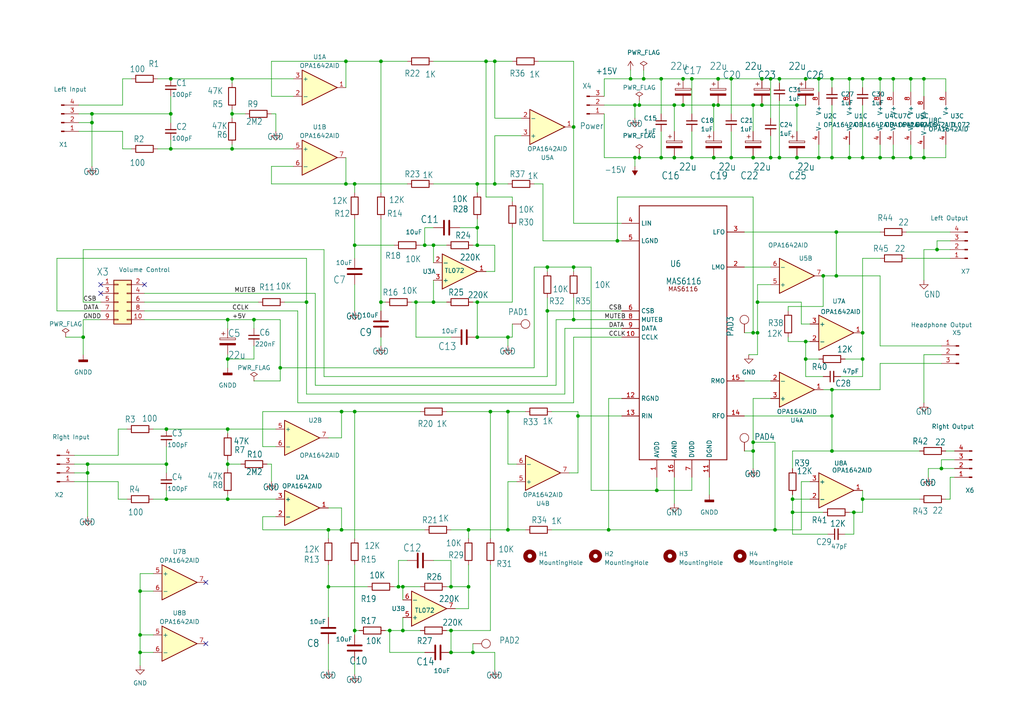
<source format=kicad_sch>
(kicad_sch (version 20231120) (generator "eeschema") (generator_version "8.0")
  (paper "A4")
  (title_block (title "Putzeys Pre-amplifier + Digital Volume Controller (MAS6116)"))
  (lib_symbols
    (symbol "Amplifier_Operational:OPA1678" (pin_names (offset 0.127))
      (property "Reference" "U" (at 0 5.08 0))
      (property "Value" "OPA1678" (at 0 -5.08 0))
      (symbol "OPA1678_1_1"
        (pin output line (at 7.62 0 180) (length 2.54) (name "~") (number "1"))
        (pin input line (at -7.62 -2.54 0) (length 2.54) (name "-") (number "2"))
        (pin input line (at -7.62 2.54 0) (length 2.54) (name "+") (number "3"))
      )
      (symbol "OPA1678_2_1"
        (pin input line (at -7.62 2.54 0) (length 2.54) (name "+") (number "5"))
        (pin input line (at -7.62 -2.54 0) (length 2.54) (name "-") (number "6"))
        (pin output line (at 7.62 0 180) (length 2.54) (name "~") (number "7"))
      )
      (symbol "OPA1678_3_1"
        (pin power_in line (at -2.54 -7.62 90) (length 3.81) (name "V-") (number "4"))
        (pin power_in line (at -2.54 7.62 270) (length 3.81) (name "V+") (number "8"))
      )
    )
    (symbol "Amplifier_Operational:OPA2156xD" (pin_names (offset 0.127))
      (property "Reference" "U" (at 2.54 6.35 0))
      (property "Value" "OPA2156xD" (at 2.54 3.81 0))
      (symbol "OPA2156xD_1_1"
        (pin output line (at 7.62 0 180) (length 2.54) (name "~") (number "1"))
        (pin input line (at -7.62 -2.54 0) (length 2.54) (name "-") (number "2"))
        (pin input line (at -7.62 2.54 0) (length 2.54) (name "+") (number "3"))
      )
      (symbol "OPA2156xD_2_1"
        (pin input line (at -7.62 2.54 0) (length 2.54) (name "+") (number "5"))
        (pin input line (at -7.62 -2.54 0) (length 2.54) (name "-") (number "6"))
        (pin output line (at 7.62 0 180) (length 2.54) (name "~") (number "7"))
      )
      (symbol "OPA2156xD_3_1"
        (pin power_in line (at 0 -7.62 90) (length 3.81) (name "V-") (number "4"))
        (pin power_in line (at 0 7.62 270) (length 3.81) (name "V+") (number "8"))
      )
    )
    (symbol "Amplifier_Operational:TL072" (pin_names (offset 0.127))
      (property "Reference" "U" (at 0 5.08 0))
      (property "Value" "TL072" (at 0 -5.08 0))
      (symbol "TL072_1_1"
        (pin output line (at 7.62 0 180) (length 2.54) (name "~") (number "1"))
        (pin input line (at -7.62 -2.54 0) (length 2.54) (name "-") (number "2"))
        (pin input line (at -7.62 2.54 0) (length 2.54) (name "+") (number "3"))
      )
      (symbol "TL072_2_1"
        (pin input line (at -7.62 2.54 0) (length 2.54) (name "+") (number "5"))
        (pin input line (at -7.62 -2.54 0) (length 2.54) (name "-") (number "6"))
        (pin output line (at 7.62 0 180) (length 2.54) (name "~") (number "7"))
      )
      (symbol "TL072_3_1"
        (pin power_in line (at -2.54 -7.62 90) (length 3.81) (name "V-") (number "4"))
        (pin power_in line (at -2.54 7.62 270) (length 3.81) (name "V+") (number "8"))
      )
    )
    (symbol "Connector:Conn_01x03_Pin" (pin_names (offset 1.016) hide)
      (property "Reference" "J" (at 0 5.08 0))
      (property "Value" "Conn_01x03_Pin" (at 0 -5.08 0))
      (symbol "Conn_01x03_Pin_1_1"
        (pin passive line (at 5.08 2.54 180) (length 3.81) (name "Pin_1") (number "1"))
        (pin passive line (at 5.08 0 180) (length 3.81) (name "Pin_2") (number "2"))
        (pin passive line (at 5.08 -2.54 180) (length 3.81) (name "Pin_3") (number "3"))
      )
    )
    (symbol "Connector:Conn_01x04_Pin" (pin_names (offset 1.016) hide)
      (property "Reference" "J" (at 0 5.08 0))
      (property "Value" "Conn_01x04_Pin" (at 0 -7.62 0))
      (symbol "Conn_01x04_Pin_1_1"
        (pin passive line (at 5.08 2.54 180) (length 3.81) (name "Pin_1") (number "1"))
        (pin passive line (at 5.08 0 180) (length 3.81) (name "Pin_2") (number "2"))
        (pin passive line (at 5.08 -2.54 180) (length 3.81) (name "Pin_3") (number "3"))
        (pin passive line (at 5.08 -5.08 180) (length 3.81) (name "Pin_4") (number "4"))
      )
    )
    (symbol "Connector_Generic:Conn_02x05_Odd_Even" (pin_names (offset 1.016) hide)
      (property "Reference" "J" (at 1.27 7.62 0))
      (property "Value" "Conn_02x05_Odd_Even" (at 1.27 -7.62 0))
      (symbol "Conn_02x05_Odd_Even_1_1"
        (pin passive line (at -5.08 5.08 0) (length 3.81) (name "Pin_1") (number "1"))
        (pin passive line (at 7.62 -5.08 180) (length 3.81) (name "Pin_10") (number "10"))
        (pin passive line (at 7.62 5.08 180) (length 3.81) (name "Pin_2") (number "2"))
        (pin passive line (at -5.08 2.54 0) (length 3.81) (name "Pin_3") (number "3"))
        (pin passive line (at 7.62 2.54 180) (length 3.81) (name "Pin_4") (number "4"))
        (pin passive line (at -5.08 0 0) (length 3.81) (name "Pin_5") (number "5"))
        (pin passive line (at 7.62 0 180) (length 3.81) (name "Pin_6") (number "6"))
        (pin passive line (at -5.08 -2.54 0) (length 3.81) (name "Pin_7") (number "7"))
        (pin passive line (at 7.62 -2.54 180) (length 3.81) (name "Pin_8") (number "8"))
        (pin passive line (at -5.08 -5.08 0) (length 3.81) (name "Pin_9") (number "9"))
      )
    )
    (symbol "Device:C" (pin_numbers hide) (pin_names (offset 0.254))
      (property "Reference" "C" (at 0.635 2.54 0))
      (property "Value" "C" (at 0.635 -2.54 0))
      (symbol "C_1_1"
        (pin passive line (at 0 3.81 270) (length 2.794) (name "~") (number "1"))
        (pin passive line (at 0 -3.81 90) (length 2.794) (name "~") (number "2"))
      )
    )
    (symbol "Device:C_Polarized" (pin_numbers hide) (pin_names (offset 0.254))
      (property "Reference" "C" (at 0.635 2.54 0))
      (property "Value" "C_Polarized" (at 0.635 -2.54 0))
      (symbol "C_Polarized_1_1"
        (pin passive line (at 0 3.81 270) (length 2.794) (name "~") (number "1"))
        (pin passive line (at 0 -3.81 90) (length 2.794) (name "~") (number "2"))
      )
    )
    (symbol "Device:C_Small" (pin_numbers hide) (pin_names (offset 0.254) hide)
      (property "Reference" "C" (at 0.254 1.778 0))
      (property "Value" "C_Small" (at 0.254 -2.032 0))
      (symbol "C_Small_1_1"
        (pin passive line (at 0 2.54 270) (length 2.032) (name "~") (number "1"))
        (pin passive line (at 0 -2.54 90) (length 2.032) (name "~") (number "2"))
      )
    )
    (symbol "Device:R" (pin_numbers hide) (pin_names (offset 0))
      (property "Reference" "R" (at 2.032 0 90))
      (property "Value" "R" (at 0 0 90))
      (symbol "R_1_1"
        (pin passive line (at 0 3.81 270) (length 1.27) (name "~") (number "1"))
        (pin passive line (at 0 -3.81 90) (length 1.27) (name "~") (number "2"))
      )
    )
    (symbol "MAS6116:MAS6116"
      (property "Reference" "U" (at -11.43 39.37 0))
      (symbol "MAS6116_1_0"
        (pin power_in line (at -7.62 -43.18 90) (length 5.08) (name "AVDD") (number "1"))
        (pin input line (at -17.78 -2.54 0) (length 5.08) (name "CCLK") (number "10"))
        (pin power_in line (at 7.62 -43.18 90) (length 5.08) (name "DGND") (number "11"))
        (pin power_in line (at -17.78 -20.32 0) (length 5.08) (name "RGND") (number "12"))
        (pin input line (at -17.78 -25.4 0) (length 5.08) (name "RIN") (number "13"))
        (pin bidirectional line (at 17.78 -25.4 180) (length 5.08) (name "RFO") (number "14"))
        (pin bidirectional line (at 17.78 -15.24 180) (length 5.08) (name "RMO") (number "15"))
        (pin power_in line (at -2.54 -43.18 90) (length 5.08) (name "AGND") (number "16"))
        (pin bidirectional line (at 17.78 17.78 180) (length 5.08) (name "LMO") (number "2"))
        (pin bidirectional line (at 17.78 27.94 180) (length 5.08) (name "LFO") (number "3"))
        (pin input line (at -17.78 30.48 0) (length 5.08) (name "LIN") (number "4"))
        (pin power_in line (at -17.78 25.4 0) (length 5.08) (name "LGND") (number "5"))
        (pin input line (at -17.78 5.08 0) (length 5.08) (name "CSB") (number "6"))
        (pin power_in line (at 2.54 -43.18 90) (length 5.08) (name "DVDD") (number "7"))
        (pin bidirectional line (at -17.78 2.54 0) (length 5.08) (name "MUTEB") (number "8"))
        (pin bidirectional line (at -17.78 0 0) (length 5.08) (name "DATA") (number "9"))
      )
      (symbol "MAS6116_1_1"
        (text "MAS6116" (at 0 11.43 0) (effects (font (size 1.27 1.27))))
      )
    )
    (symbol "Mechanical:MountingHole" (pin_names (offset 1.016))
      (property "Reference" "H" (at 0 5.08 0))
      (property "Value" "MountingHole" (at 0 3.175 0))
    )
    (symbol "NetTie:NetTie"
      (property "Reference" "Pad" (at 0 0 0))
      (symbol "NetTie_1_1"
        (pin passive line (at 0 -1.27 0) (length 2.54) (name "") (number ""))
      )
    )
    (symbol "power:+15V" (power) (pin_names (offset 0))
      (property "Value" "+15V" (at 0 3.556 0))
      (symbol "+15V_1_1"
        (pin power_in line (at 0 0 90) (length 0) hide (name "+15V") (number "1"))
      )
    )
    (symbol "power:-15V" (power) (pin_names (offset 0))
      (property "Value" "-15V" (at 0 3.81 0))
      (symbol "-15V_0_0"
        (pin power_in line (at 0 0 90) (length 0) hide (name "-15V") (number "1"))
      )
    )
    (symbol "power:GND" (power) (pin_names (offset 0))
      (property "Value" "GND" (at 0 -3.81 0))
      (symbol "GND_1_1"
        (pin power_in line (at 0 0 270) (length 0) hide (name "GND") (number "1"))
      )
    )
    (symbol "power:GNDD" (power) (pin_names (offset 0))
      (property "Value" "GNDD" (at 0 -3.175 0))
      (symbol "GNDD_1_1"
        (pin power_in line (at 0 0 270) (length 0) hide (name "GNDD") (number "1"))
      )
    )
    (symbol "power:PWR_FLAG" (power) (pin_numbers hide) (pin_names (offset 0) hide)
      (property "Value" "PWR_FLAG" (at 0 3.81 0))
      (symbol "PWR_FLAG_0_0"
        (pin power_out line (at 0 0 90) (length 0) (name "pwr") (number "1"))
      )
    )
  )
  (junction (at 182.88 22.86))
  (junction (at 49.53 22.86))
  (junction (at 237.49 45.72))
  (junction (at 220.98 30.48))
  (junction (at 147.32 153.67))
  (junction (at 130.81 182.88))
  (junction (at 250.19 96.52))
  (junction (at 185.42 45.72))
  (junction (at 102.87 71.12))
  (junction (at 218.44 130.81))
  (junction (at 66.04 104.14))
  (junction (at 40.64 171.45))
  (junction (at 218.44 30.48))
  (junction (at 229.87 148.59))
  (junction (at 259.08 45.72))
  (junction (at 81.28 106.68))
  (junction (at 242.57 80.01))
  (junction (at 143.51 17.78))
  (junction (at 100.33 17.78))
  (junction (at 184.15 30.48))
  (junction (at 99.06 153.67))
  (junction (at 223.52 45.72))
  (junction (at 140.97 17.78))
  (junction (at 166.37 92.71))
  (junction (at 208.28 22.86))
  (junction (at 49.53 43.18))
  (junction (at 241.3 45.72))
  (junction (at 231.14 30.48))
  (junction (at 267.97 22.86))
  (junction (at 99.06 119.38))
  (junction (at 123.19 71.12))
  (junction (at 166.37 36.83))
  (junction (at 241.3 120.65))
  (junction (at 102.87 53.34))
  (junction (at 158.75 77.47))
  (junction (at 200.66 45.72))
  (junction (at 102.87 119.38))
  (junction (at 207.01 45.72))
  (junction (at 116.84 182.88))
  (junction (at 255.27 45.72))
  (junction (at 66.04 134.62))
  (junction (at 190.5 142.24))
  (junction (at 237.49 22.86))
  (junction (at 138.43 71.12))
  (junction (at 191.77 45.72))
  (junction (at 49.53 33.02))
  (junction (at 147.32 97.79))
  (junction (at 195.58 45.72))
  (junction (at 226.06 22.86))
  (junction (at 25.4 134.62))
  (junction (at 229.87 144.78))
  (junction (at 116.84 170.18))
  (junction (at 125.73 71.12))
  (junction (at 224.79 153.67))
  (junction (at 130.81 189.23))
  (junction (at 66.04 92.71))
  (junction (at 26.67 33.02))
  (junction (at 250.19 22.86))
  (junction (at 137.16 189.23))
  (junction (at 212.09 22.86))
  (junction (at 218.44 96.52))
  (junction (at 110.49 87.63))
  (junction (at 185.42 30.48))
  (junction (at 186.69 22.86))
  (junction (at 207.01 30.48))
  (junction (at 66.04 144.78))
  (junction (at 143.51 53.34))
  (junction (at 115.57 170.18))
  (junction (at 218.44 45.72))
  (junction (at 113.03 182.88))
  (junction (at 267.97 45.72))
  (junction (at 250.19 45.72))
  (junction (at 273.05 135.89))
  (junction (at 233.68 22.86))
  (junction (at 167.64 120.65))
  (junction (at 242.57 67.31))
  (junction (at 255.27 22.86))
  (junction (at 48.26 134.62))
  (junction (at 130.81 170.18))
  (junction (at 176.53 153.67))
  (junction (at 102.87 182.88))
  (junction (at 88.9 87.63))
  (junction (at 110.49 17.78))
  (junction (at 247.65 148.59))
  (junction (at 48.26 144.78))
  (junction (at 241.3 113.03))
  (junction (at 246.38 45.72))
  (junction (at 233.68 104.14))
  (junction (at 271.78 72.39))
  (junction (at 135.89 153.67))
  (junction (at 198.12 30.48))
  (junction (at 100.33 53.34))
  (junction (at 191.77 22.86))
  (junction (at 250.19 104.14))
  (junction (at 138.43 87.63))
  (junction (at 223.52 22.86))
  (junction (at 233.68 99.06))
  (junction (at 212.09 45.72))
  (junction (at 40.64 189.23))
  (junction (at 138.43 66.04))
  (junction (at 264.16 22.86))
  (junction (at 147.32 119.38))
  (junction (at 179.07 69.85))
  (junction (at 24.13 97.79))
  (junction (at 220.98 22.86))
  (junction (at 259.08 22.86))
  (junction (at 166.37 77.47))
  (junction (at 138.43 53.34))
  (junction (at 142.24 119.38))
  (junction (at 40.64 184.15))
  (junction (at 67.31 43.18))
  (junction (at 231.14 45.72))
  (junction (at 264.16 45.72))
  (junction (at 218.44 128.27))
  (junction (at 246.38 22.86))
  (junction (at 200.66 22.86))
  (junction (at 198.12 22.86))
  (junction (at 135.89 170.18))
  (junction (at 25.4 137.16))
  (junction (at 66.04 124.46))
  (junction (at 219.71 87.63))
  (junction (at 73.66 92.71))
  (junction (at 238.76 80.01))
  (junction (at 195.58 30.48))
  (junction (at 219.71 96.52))
  (junction (at 95.25 170.18))
  (junction (at 67.31 22.86))
  (junction (at 138.43 97.79))
  (junction (at 158.75 90.17))
  (junction (at 241.3 130.81))
  (junction (at 67.31 33.02))
  (junction (at 125.73 87.63))
  (junction (at 120.65 87.63))
  (junction (at 241.3 22.86))
  (junction (at 95.25 153.67))
  (junction (at 48.26 124.46))
  (junction (at 26.67 35.56))
  (junction (at 250.19 144.78))
  (junction (at 208.28 30.48))
  (junction (at 184.15 45.72))
  (junction (at 226.06 45.72))
  (no_connect (at 29.21 82.55))
  (no_connect (at 41.91 82.55))
  (no_connect (at 29.21 85.09))
  (no_connect (at 59.69 168.91))
  (no_connect (at 59.69 186.69))
  (wire (pts (xy 102.87 53.34) (xy 102.87 55.88)))
  (wire (pts (xy 190.5 142.24) (xy 200.66 142.24)))
  (wire (pts (xy 218.44 115.57) (xy 223.52 115.57)))
  (wire (pts (xy 241.3 30.48) (xy 241.3 45.72)))
  (wire (pts (xy 165.1 137.16) (xy 167.64 137.16)))
  (wire (pts (xy 158.75 77.47) (xy 166.37 77.47)))
  (wire (pts (xy 255.27 100.33) (xy 273.05 100.33)))
  (wire (pts (xy 135.89 163.83) (xy 135.89 170.18)))
  (wire (pts (xy 73.66 100.33) (xy 73.66 104.14)))
  (wire (pts (xy 218.44 96.52) (xy 219.71 96.52)))
  (wire (pts (xy 110.49 87.63) (xy 110.49 90.17)))
  (wire (pts (xy 241.3 45.72) (xy 246.38 45.72)))
  (wire (pts (xy 231.14 30.48) (xy 231.14 38.1)))
  (wire (pts (xy 166.37 92.71) (xy 180.34 92.71)))
  (wire (pts (xy 48.26 124.46) (xy 66.04 124.46)))
  (wire (pts (xy 273.05 133.35) (xy 276.86 133.35)))
  (wire (pts (xy 242.57 67.31) (xy 255.27 67.31)))
  (wire (pts (xy 161.29 92.71) (xy 166.37 92.71)))
  (wire (pts (xy 25.4 137.16) (xy 25.4 149.86)))
  (wire (pts (xy 267.97 72.39) (xy 267.97 81.28)))
  (wire (pts (xy 274.32 144.78) (xy 275.59 144.78)))
  (wire (pts (xy 218.44 115.57) (xy 218.44 128.27)))
  (wire (pts (xy 140.97 78.74) (xy 143.51 78.74)))
  (wire (pts (xy 140.97 17.78) (xy 143.51 17.78)))
  (wire (pts (xy 274.32 22.86) (xy 274.32 26.67)))
  (wire (pts (xy 40.64 171.45) (xy 40.64 184.15)))
  (wire (pts (xy 86.36 116.84) (xy 166.37 116.84)))
  (wire (pts (xy 22.86 35.56) (xy 26.67 35.56)))
  (wire (pts (xy 125.73 71.12) (xy 125.73 76.2)))
  (wire (pts (xy 21.59 134.62) (xy 25.4 134.62)))
  (wire (pts (xy 142.24 119.38) (xy 147.32 119.38)))
  (wire (pts (xy 166.37 77.47) (xy 166.37 78.74)))
  (wire (pts (xy 226.06 29.21) (xy 226.06 45.72)))
  (wire (pts (xy 81.28 106.68) (xy 81.28 110.49)))
  (wire (pts (xy 81.28 92.71) (xy 73.66 92.71)))
  (wire (pts (xy 182.88 20.32) (xy 182.88 22.86)))
  (wire (pts (xy 93.98 109.22) (xy 158.75 109.22)))
  (wire (pts (xy 116.84 179.07) (xy 116.84 182.88)))
  (wire (pts (xy 29.21 92.71) (xy 24.13 92.71)))
  (wire (pts (xy 147.32 97.79) (xy 147.32 100.33)))
  (wire (pts (xy 95.25 170.18) (xy 106.68 170.18)))
  (wire (pts (xy 45.72 22.86) (xy 49.53 22.86)))
  (wire (pts (xy 73.66 95.25) (xy 73.66 92.71)))
  (wire (pts (xy 223.52 39.37) (xy 223.52 45.72)))
  (wire (pts (xy 229.87 143.51) (xy 229.87 144.78)))
  (wire (pts (xy 67.31 22.86) (xy 67.31 24.13)))
  (wire (pts (xy 246.38 22.86) (xy 250.19 22.86)))
  (wire (pts (xy 142.24 163.83) (xy 142.24 182.88)))
  (wire (pts (xy 40.64 189.23) (xy 40.64 193.04)))
  (wire (pts (xy 123.19 71.12) (xy 125.73 71.12)))
  (wire (pts (xy 116.84 182.88) (xy 121.92 182.88)))
  (wire (pts (xy 262.89 74.93) (xy 275.59 74.93)))
  (wire (pts (xy 67.31 33.02) (xy 67.31 34.29)))
  (wire (pts (xy 78.74 27.94) (xy 78.74 17.78)))
  (wire (pts (xy 143.51 17.78) (xy 148.59 17.78)))
  (wire (pts (xy 185.42 44.45) (xy 185.42 45.72)))
  (wire (pts (xy 151.13 39.37) (xy 143.51 39.37)))
  (wire (pts (xy 250.19 104.14) (xy 250.19 109.22)))
  (wire (pts (xy 48.26 142.24) (xy 48.26 144.78)))
  (wire (pts (xy 259.08 45.72) (xy 264.16 45.72)))
  (wire (pts (xy 241.3 120.65) (xy 241.3 113.03)))
  (wire (pts (xy 100.33 17.78) (xy 100.33 25.4)))
  (wire (pts (xy 114.3 170.18) (xy 115.57 170.18)))
  (wire (pts (xy 88.9 87.63) (xy 88.9 114.3)))
  (wire (pts (xy 195.58 30.48) (xy 195.58 38.1)))
  (wire (pts (xy 226.06 45.72) (xy 223.52 45.72)))
  (wire (pts (xy 121.92 71.12) (xy 123.19 71.12)))
  (wire (pts (xy 250.19 22.86) (xy 250.19 25.4)))
  (wire (pts (xy 95.25 153.67) (xy 99.06 153.67)))
  (wire (pts (xy 215.9 96.52) (xy 218.44 96.52)))
  (wire (pts (xy 93.98 72.39) (xy 93.98 109.22)))
  (wire (pts (xy 224.79 153.67) (xy 232.41 153.67)))
  (wire (pts (xy 41.91 90.17) (xy 86.36 90.17)))
  (wire (pts (xy 143.51 39.37) (xy 143.51 53.34)))
  (wire (pts (xy 116.84 170.18) (xy 121.92 170.18)))
  (wire (pts (xy 198.12 22.86) (xy 200.66 22.86)))
  (wire (pts (xy 148.59 97.79) (xy 148.59 93.98)))
  (wire (pts (xy 223.52 22.86) (xy 223.52 34.29)))
  (wire (pts (xy 34.29 124.46) (xy 36.83 124.46)))
  (wire (pts (xy 264.16 22.86) (xy 264.16 26.67)))
  (wire (pts (xy 76.2 129.54) (xy 76.2 119.38)))
  (wire (pts (xy 99.06 147.32) (xy 99.06 153.67)))
  (wire (pts (xy 264.16 22.86) (xy 267.97 22.86)))
  (wire (pts (xy 35.56 43.18) (xy 38.1 43.18)))
  (wire (pts (xy 229.87 148.59) (xy 229.87 144.78)))
  (wire (pts (xy 255.27 113.03) (xy 255.27 105.41)))
  (wire (pts (xy 274.32 45.72) (xy 274.32 41.91)))
  (wire (pts (xy 195.58 138.43) (xy 195.58 146.05)))
  (wire (pts (xy 166.37 17.78) (xy 166.37 36.83)))
  (wire (pts (xy 76.2 129.54) (xy 80.01 129.54)))
  (wire (pts (xy 167.64 119.38) (xy 167.64 120.65)))
  (wire (pts (xy 22.86 38.1) (xy 35.56 38.1)))
  (wire (pts (xy 166.37 77.47) (xy 171.45 77.47)))
  (wire (pts (xy 200.66 22.86) (xy 208.28 22.86)))
  (wire (pts (xy 269.24 135.89) (xy 269.24 138.43)))
  (wire (pts (xy 100.33 17.78) (xy 110.49 17.78)))
  (wire (pts (xy 78.74 17.78) (xy 100.33 17.78)))
  (wire (pts (xy 185.42 30.48) (xy 195.58 30.48)))
  (wire (pts (xy 237.49 22.86) (xy 237.49 26.67)))
  (wire (pts (xy 167.64 120.65) (xy 180.34 120.65)))
  (wire (pts (xy 247.65 148.59) (xy 250.19 148.59)))
  (wire (pts (xy 274.32 130.81) (xy 276.86 130.81)))
  (wire (pts (xy 129.54 119.38) (xy 142.24 119.38)))
  (wire (pts (xy 24.13 97.79) (xy 24.13 102.87)))
  (wire (pts (xy 138.43 63.5) (xy 138.43 66.04)))
  (wire (pts (xy 163.83 114.3) (xy 163.83 95.25)))
  (wire (pts (xy 66.04 104.14) (xy 73.66 104.14)))
  (wire (pts (xy 129.54 170.18) (xy 130.81 170.18)))
  (wire (pts (xy 226.06 22.86) (xy 233.68 22.86)))
  (wire (pts (xy 110.49 17.78) (xy 118.11 17.78)))
  (wire (pts (xy 212.09 22.86) (xy 220.98 22.86)))
  (wire (pts (xy 240.03 154.94) (xy 229.87 154.94)))
  (wire (pts (xy 78.74 33.02) (xy 80.01 33.02)))
  (wire (pts (xy 34.29 124.46) (xy 34.29 132.08)))
  (wire (pts (xy 255.27 22.86) (xy 259.08 22.86)))
  (wire (pts (xy 49.53 40.64) (xy 49.53 43.18)))
  (wire (pts (xy 40.64 184.15) (xy 40.64 189.23)))
  (wire (pts (xy 218.44 128.27) (xy 218.44 130.81)))
  (wire (pts (xy 113.03 189.23) (xy 113.03 182.88)))
  (wire (pts (xy 88.9 74.93) (xy 16.51 74.93)))
  (wire (pts (xy 66.04 104.14) (xy 66.04 106.68)))
  (wire (pts (xy 208.28 22.86) (xy 212.09 22.86)))
  (wire (pts (xy 255.27 22.86) (xy 255.27 26.67)))
  (wire (pts (xy 259.08 22.86) (xy 264.16 22.86)))
  (wire (pts (xy 66.04 133.35) (xy 66.04 134.62)))
  (wire (pts (xy 34.29 144.78) (xy 34.29 139.7)))
  (wire (pts (xy 158.75 77.47) (xy 158.75 78.74)))
  (wire (pts (xy 218.44 30.48) (xy 218.44 38.1)))
  (wire (pts (xy 241.3 130.81) (xy 241.3 120.65)))
  (wire (pts (xy 219.71 82.55) (xy 219.71 87.63)))
  (wire (pts (xy 76.2 149.86) (xy 76.2 153.67)))
  (wire (pts (xy 226.06 22.86) (xy 223.52 22.86)))
  (wire (pts (xy 151.13 34.29) (xy 143.51 34.29)))
  (wire (pts (xy 66.04 124.46) (xy 66.04 125.73)))
  (wire (pts (xy 24.13 87.63) (xy 24.13 72.39)))
  (wire (pts (xy 220.98 30.48) (xy 231.14 30.48)))
  (wire (pts (xy 138.43 53.34) (xy 143.51 53.34)))
  (wire (pts (xy 82.55 87.63) (xy 88.9 87.63)))
  (wire (pts (xy 232.41 93.98) (xy 232.41 87.63)))
  (wire (pts (xy 231.14 45.72) (xy 237.49 45.72)))
  (wire (pts (xy 229.87 130.81) (xy 241.3 130.81)))
  (wire (pts (xy 48.26 134.62) (xy 25.4 134.62)))
  (wire (pts (xy 148.59 66.04) (xy 148.59 87.63)))
  (wire (pts (xy 215.9 120.65) (xy 241.3 120.65)))
  (wire (pts (xy 250.19 96.52) (xy 250.19 104.14)))
  (wire (pts (xy 241.3 130.81) (xy 266.7 130.81)))
  (wire (pts (xy 267.97 22.86) (xy 267.97 27.94)))
  (wire (pts (xy 40.64 189.23) (xy 44.45 189.23)))
  (wire (pts (xy 81.28 92.71) (xy 81.28 106.68)))
  (wire (pts (xy 48.26 144.78) (xy 66.04 144.78)))
  (wire (pts (xy 166.37 86.36) (xy 166.37 92.71)))
  (wire (pts (xy 110.49 97.79) (xy 110.49 100.33)))
  (wire (pts (xy 130.81 189.23) (xy 130.81 182.88)))
  (wire (pts (xy 125.73 81.28) (xy 125.73 87.63)))
  (wire (pts (xy 88.9 74.93) (xy 88.9 87.63)))
  (wire (pts (xy 207.01 30.48) (xy 207.01 38.1)))
  (wire (pts (xy 49.53 43.18) (xy 67.31 43.18)))
  (wire (pts (xy 215.9 77.47) (xy 223.52 77.47)))
  (wire (pts (xy 215.9 67.31) (xy 242.57 67.31)))
  (wire (pts (xy 267.97 45.72) (xy 274.32 45.72)))
  (wire (pts (xy 171.45 142.24) (xy 190.5 142.24)))
  (wire (pts (xy 184.15 30.48) (xy 185.42 30.48)))
  (wire (pts (xy 48.26 134.62) (xy 48.26 137.16)))
  (wire (pts (xy 242.57 67.31) (xy 242.57 80.01)))
  (wire (pts (xy 147.32 97.79) (xy 148.59 97.79)))
  (wire (pts (xy 160.02 119.38) (xy 167.64 119.38)))
  (wire (pts (xy 238.76 113.03) (xy 241.3 113.03)))
  (wire (pts (xy 200.66 38.1) (xy 200.66 45.72)))
  (wire (pts (xy 77.47 134.62) (xy 78.74 134.62)))
  (wire (pts (xy 185.42 45.72) (xy 191.77 45.72)))
  (wire (pts (xy 200.66 22.86) (xy 200.66 33.02)))
  (wire (pts (xy 113.03 189.23) (xy 123.19 189.23)))
  (wire (pts (xy 271.78 69.85) (xy 271.78 72.39)))
  (wire (pts (xy 119.38 87.63) (xy 120.65 87.63)))
  (wire (pts (xy 191.77 22.86) (xy 198.12 22.86)))
  (wire (pts (xy 34.29 144.78) (xy 36.83 144.78)))
  (wire (pts (xy 21.59 139.7) (xy 34.29 139.7)))
  (wire (pts (xy 95.25 186.69) (xy 95.25 194.31)))
  (wire (pts (xy 200.66 142.24) (xy 200.66 138.43)))
  (wire (pts (xy 191.77 22.86) (xy 191.77 33.02)))
  (wire (pts (xy 45.72 43.18) (xy 49.53 43.18)))
  (wire (pts (xy 24.13 92.71) (xy 24.13 97.79)))
  (wire (pts (xy 29.21 87.63) (xy 24.13 87.63)))
  (wire (pts (xy 66.04 144.78) (xy 80.01 144.78)))
  (wire (pts (xy 259.08 41.91) (xy 259.08 45.72)))
  (wire (pts (xy 218.44 57.15) (xy 218.44 96.52)))
  (wire (pts (xy 250.19 142.24) (xy 250.19 144.78)))
  (wire (pts (xy 35.56 22.86) (xy 38.1 22.86)))
  (wire (pts (xy 175.26 45.72) (xy 184.15 45.72)))
  (wire (pts (xy 220.98 22.86) (xy 223.52 22.86)))
  (wire (pts (xy 179.07 57.15) (xy 218.44 57.15)))
  (wire (pts (xy 219.71 87.63) (xy 219.71 96.52)))
  (wire (pts (xy 228.6 88.9) (xy 228.6 90.17)))
  (wire (pts (xy 259.08 22.86) (xy 259.08 26.67)))
  (wire (pts (xy 102.87 182.88) (xy 104.14 182.88)))
  (wire (pts (xy 99.06 119.38) (xy 102.87 119.38)))
  (wire (pts (xy 120.65 97.79) (xy 120.65 87.63)))
  (wire (pts (xy 176.53 115.57) (xy 180.34 115.57)))
  (wire (pts (xy 40.64 171.45) (xy 44.45 171.45)))
  (wire (pts (xy 246.38 41.91) (xy 246.38 45.72)))
  (wire (pts (xy 273.05 102.87) (xy 267.97 102.87)))
  (wire (pts (xy 175.26 22.86) (xy 175.26 27.94)))
  (wire (pts (xy 247.65 148.59) (xy 247.65 154.94)))
  (wire (pts (xy 175.26 30.48) (xy 184.15 30.48)))
  (wire (pts (xy 99.06 153.67) (xy 123.19 153.67)))
  (wire (pts (xy 113.03 182.88) (xy 116.84 182.88)))
  (wire (pts (xy 16.51 74.93) (xy 16.51 90.17)))
  (wire (pts (xy 275.59 138.43) (xy 275.59 144.78)))
  (wire (pts (xy 186.69 22.86) (xy 191.77 22.86)))
  (wire (pts (xy 238.76 109.22) (xy 233.68 109.22)))
  (wire (pts (xy 26.67 35.56) (xy 26.67 48.26)))
  (wire (pts (xy 269.24 135.89) (xy 273.05 135.89)))
  (wire (pts (xy 224.79 128.27) (xy 218.44 128.27)))
  (wire (pts (xy 158.75 86.36) (xy 158.75 90.17)))
  (wire (pts (xy 171.45 77.47) (xy 171.45 142.24)))
  (wire (pts (xy 41.91 92.71) (xy 66.04 92.71)))
  (wire (pts (xy 232.41 87.63) (xy 219.71 87.63)))
  (wire (pts (xy 237.49 41.91) (xy 237.49 45.72)))
  (wire (pts (xy 67.31 22.86) (xy 85.09 22.86)))
  (wire (pts (xy 115.57 170.18) (xy 116.84 170.18)))
  (wire (pts (xy 233.68 22.86) (xy 237.49 22.86)))
  (wire (pts (xy 190.5 138.43) (xy 190.5 142.24)))
  (wire (pts (xy 271.78 69.85) (xy 275.59 69.85)))
  (wire (pts (xy 250.19 45.72) (xy 255.27 45.72)))
  (wire (pts (xy 66.04 124.46) (xy 80.01 124.46)))
  (wire (pts (xy 147.32 153.67) (xy 152.4 153.67)))
  (wire (pts (xy 40.64 184.15) (xy 44.45 184.15)))
  (wire (pts (xy 218.44 45.72) (xy 223.52 45.72)))
  (wire (pts (xy 21.59 137.16) (xy 25.4 137.16)))
  (wire (pts (xy 147.32 134.62) (xy 149.86 134.62)))
  (wire (pts (xy 273.05 135.89) (xy 276.86 135.89)))
  (wire (pts (xy 241.3 113.03) (xy 255.27 113.03)))
  (wire (pts (xy 250.19 30.48) (xy 250.19 45.72)))
  (wire (pts (xy 66.04 95.25) (xy 66.04 92.71)))
  (wire (pts (xy 207.01 45.72) (xy 212.09 45.72)))
  (wire (pts (xy 100.33 53.34) (xy 102.87 53.34)))
  (wire (pts (xy 154.94 77.47) (xy 154.94 106.68)))
  (wire (pts (xy 125.73 17.78) (xy 140.97 17.78)))
  (wire (pts (xy 233.68 109.22) (xy 233.68 104.14)))
  (wire (pts (xy 137.16 186.69) (xy 137.16 189.23)))
  (wire (pts (xy 44.45 166.37) (xy 40.64 166.37)))
  (wire (pts (xy 200.66 45.72) (xy 207.01 45.72)))
  (wire (pts (xy 218.44 30.48) (xy 220.98 30.48)))
  (wire (pts (xy 267.97 102.87) (xy 267.97 116.84)))
  (wire (pts (xy 120.65 97.79) (xy 130.81 97.79)))
  (wire (pts (xy 76.2 119.38) (xy 99.06 119.38)))
  (wire (pts (xy 95.25 163.83) (xy 95.25 170.18)))
  (wire (pts (xy 191.77 45.72) (xy 195.58 45.72)))
  (wire (pts (xy 110.49 87.63) (xy 111.76 87.63)))
  (wire (pts (xy 48.26 129.54) (xy 48.26 134.62)))
  (wire (pts (xy 185.42 29.21) (xy 185.42 30.48)))
  (wire (pts (xy 226.06 45.72) (xy 231.14 45.72)))
  (wire (pts (xy 195.58 45.72) (xy 200.66 45.72)))
  (wire (pts (xy 133.35 66.04) (xy 138.43 66.04)))
  (wire (pts (xy 67.31 33.02) (xy 71.12 33.02)))
  (wire (pts (xy 160.02 153.67) (xy 176.53 153.67)))
  (wire (pts (xy 100.33 45.72) (xy 100.33 53.34)))
  (wire (pts (xy 250.19 74.93) (xy 255.27 74.93)))
  (wire (pts (xy 229.87 148.59) (xy 238.76 148.59)))
  (wire (pts (xy 208.28 30.48) (xy 218.44 30.48)))
  (wire (pts (xy 212.09 38.1) (xy 212.09 45.72)))
  (wire (pts (xy 166.37 97.79) (xy 180.34 97.79)))
  (wire (pts (xy 264.16 45.72) (xy 264.16 41.91)))
  (wire (pts (xy 102.87 163.83) (xy 102.87 182.88)))
  (wire (pts (xy 243.84 109.22) (xy 250.19 109.22)))
  (wire (pts (xy 66.04 134.62) (xy 69.85 134.62)))
  (wire (pts (xy 219.71 102.87) (xy 217.17 102.87)))
  (wire (pts (xy 130.81 182.88) (xy 142.24 182.88)))
  (wire (pts (xy 118.11 162.56) (xy 115.57 162.56)))
  (wire (pts (xy 66.04 143.51) (xy 66.04 144.78)))
  (wire (pts (xy 250.19 148.59) (xy 250.19 144.78)))
  (wire (pts (xy 35.56 43.18) (xy 35.56 38.1)))
  (wire (pts (xy 137.16 71.12) (xy 138.43 71.12)))
  (wire (pts (xy 138.43 97.79) (xy 147.32 97.79)))
  (wire (pts (xy 231.14 30.48) (xy 233.68 30.48)))
  (wire (pts (xy 191.77 38.1) (xy 191.77 45.72)))
  (wire (pts (xy 67.31 43.18) (xy 85.09 43.18)))
  (wire (pts (xy 130.81 153.67) (xy 135.89 153.67)))
  (wire (pts (xy 273.05 133.35) (xy 273.05 135.89)))
  (wire (pts (xy 138.43 97.79) (xy 138.43 87.63)))
  (wire (pts (xy 246.38 45.72) (xy 250.19 45.72)))
  (wire (pts (xy 41.91 87.63) (xy 74.93 87.63)))
  (wire (pts (xy 88.9 114.3) (xy 163.83 114.3)))
  (wire (pts (xy 66.04 92.71) (xy 73.66 92.71)))
  (wire (pts (xy 215.9 110.49) (xy 223.52 110.49)))
  (wire (pts (xy 132.08 176.53) (xy 135.89 176.53)))
  (wire (pts (xy 78.74 53.34) (xy 100.33 53.34)))
  (wire (pts (xy 250.19 74.93) (xy 250.19 96.52)))
  (wire (pts (xy 233.68 104.14) (xy 237.49 104.14)))
  (wire (pts (xy 102.87 182.88) (xy 102.87 184.15)))
  (wire (pts (xy 148.59 57.15) (xy 140.97 57.15)))
  (wire (pts (xy 81.28 110.49) (xy 73.66 110.49)))
  (wire (pts (xy 161.29 111.76) (xy 161.29 92.71)))
  (wire (pts (xy 215.9 130.81) (xy 218.44 130.81)))
  (wire (pts (xy 26.67 33.02) (xy 26.67 35.56)))
  (wire (pts (xy 167.64 120.65) (xy 167.64 137.16)))
  (wire (pts (xy 110.49 17.78) (xy 110.49 55.88)))
  (wire (pts (xy 95.25 127) (xy 99.06 127)))
  (wire (pts (xy 229.87 130.81) (xy 229.87 135.89)))
  (wire (pts (xy 195.58 30.48) (xy 198.12 30.48)))
  (wire (pts (xy 44.45 144.78) (xy 48.26 144.78)))
  (wire (pts (xy 157.48 53.34) (xy 157.48 69.85)))
  (wire (pts (xy 255.27 80.01) (xy 255.27 100.33)))
  (wire (pts (xy 49.53 22.86) (xy 67.31 22.86)))
  (wire (pts (xy 67.31 31.75) (xy 67.31 33.02)))
  (wire (pts (xy 234.95 93.98) (xy 232.41 93.98)))
  (wire (pts (xy 16.51 90.17) (xy 29.21 90.17)))
  (wire (pts (xy 250.19 22.86) (xy 255.27 22.86)))
  (wire (pts (xy 102.87 53.34) (xy 118.11 53.34)))
  (wire (pts (xy 233.68 99.06) (xy 234.95 99.06)))
  (wire (pts (xy 143.51 53.34) (xy 147.32 53.34)))
  (wire (pts (xy 22.86 30.48) (xy 35.56 30.48)))
  (wire (pts (xy 233.68 99.06) (xy 233.68 104.14)))
  (wire (pts (xy 224.79 128.27) (xy 224.79 153.67)))
  (wire (pts (xy 212.09 45.72) (xy 218.44 45.72)))
  (wire (pts (xy 110.49 63.5) (xy 110.49 87.63)))
  (wire (pts (xy 205.74 138.43) (xy 205.74 143.51)))
  (wire (pts (xy 158.75 109.22) (xy 158.75 90.17)))
  (wire (pts (xy 246.38 148.59) (xy 247.65 148.59)))
  (wire (pts (xy 86.36 90.17) (xy 86.36 116.84)))
  (wire (pts (xy 135.89 176.53) (xy 135.89 170.18)))
  (wire (pts (xy 184.15 30.48) (xy 184.15 34.29)))
  (wire (pts (xy 147.32 139.7) (xy 149.86 139.7)))
  (wire (pts (xy 76.2 149.86) (xy 80.01 149.86)))
  (wire (pts (xy 241.3 22.86) (xy 246.38 22.86)))
  (wire (pts (xy 166.37 97.79) (xy 166.37 116.84)))
  (wire (pts (xy 182.88 22.86) (xy 175.26 22.86)))
  (wire (pts (xy 207.01 30.48) (xy 208.28 30.48)))
  (wire (pts (xy 166.37 64.77) (xy 180.34 64.77)))
  (wire (pts (xy 130.81 189.23) (xy 137.16 189.23)))
  (wire (pts (xy 255.27 41.91) (xy 255.27 45.72)))
  (wire (pts (xy 148.59 57.15) (xy 148.59 58.42)))
  (wire (pts (xy 180.34 69.85) (xy 179.07 69.85)))
  (wire (pts (xy 49.53 33.02) (xy 26.67 33.02)))
  (wire (pts (xy 276.86 138.43) (xy 275.59 138.43)))
  (wire (pts (xy 123.19 66.04) (xy 123.19 71.12)))
  (wire (pts (xy 80.01 33.02) (xy 80.01 38.1)))
  (wire (pts (xy 245.11 154.94) (xy 247.65 154.94)))
  (wire (pts (xy 241.3 22.86) (xy 241.3 25.4)))
  (wire (pts (xy 135.89 153.67) (xy 147.32 153.67)))
  (wire (pts (xy 102.87 119.38) (xy 102.87 156.21)))
  (wire (pts (xy 67.31 41.91) (xy 67.31 43.18)))
  (wire (pts (xy 142.24 119.38) (xy 142.24 156.21)))
  (wire (pts (xy 154.94 53.34) (xy 157.48 53.34)))
  (wire (pts (xy 102.87 63.5) (xy 102.87 71.12)))
  (wire (pts (xy 125.73 87.63) (xy 129.54 87.63)))
  (wire (pts (xy 99.06 119.38) (xy 99.06 127)))
  (wire (pts (xy 138.43 53.34) (xy 138.43 55.88)))
  (wire (pts (xy 242.57 80.01) (xy 255.27 80.01)))
  (wire (pts (xy 228.6 99.06) (xy 233.68 99.06)))
  (wire (pts (xy 147.32 139.7) (xy 147.32 153.67)))
  (wire (pts (xy 66.04 134.62) (xy 66.04 135.89)))
  (wire (pts (xy 179.07 57.15) (xy 179.07 69.85)))
  (wire (pts (xy 138.43 71.12) (xy 143.51 71.12)))
  (wire (pts (xy 212.09 22.86) (xy 212.09 33.02)))
  (wire (pts (xy 232.41 139.7) (xy 232.41 153.67)))
  (wire (pts (xy 176.53 153.67) (xy 176.53 115.57)))
  (wire (pts (xy 120.65 87.63) (xy 125.73 87.63)))
  (wire (pts (xy 156.21 17.78) (xy 166.37 17.78)))
  (wire (pts (xy 138.43 87.63) (xy 148.59 87.63)))
  (wire (pts (xy 255.27 105.41) (xy 273.05 105.41)))
  (wire (pts (xy 226.06 22.86) (xy 226.06 24.13)))
  (wire (pts (xy 186.69 20.32) (xy 186.69 22.86)))
  (wire (pts (xy 184.15 45.72) (xy 185.42 45.72)))
  (wire (pts (xy 182.88 22.86) (xy 186.69 22.86)))
  (wire (pts (xy 102.87 82.55) (xy 102.87 90.17)))
  (wire (pts (xy 158.75 90.17) (xy 180.34 90.17)))
  (wire (pts (xy 102.87 71.12) (xy 102.87 74.93)))
  (wire (pts (xy 85.09 48.26) (xy 78.74 48.26)))
  (wire (pts (xy 264.16 45.72) (xy 267.97 45.72)))
  (wire (pts (xy 232.41 139.7) (xy 234.95 139.7)))
  (wire (pts (xy 143.51 189.23) (xy 143.51 194.31)))
  (wire (pts (xy 130.81 170.18) (xy 135.89 170.18)))
  (wire (pts (xy 143.51 78.74) (xy 143.51 71.12)))
  (wire (pts (xy 81.28 106.68) (xy 154.94 106.68)))
  (wire (pts (xy 102.87 71.12) (xy 114.3 71.12)))
  (wire (pts (xy 250.19 144.78) (xy 266.7 144.78)))
  (wire (pts (xy 229.87 144.78) (xy 234.95 144.78)))
  (wire (pts (xy 44.45 124.46) (xy 48.26 124.46)))
  (wire (pts (xy 228.6 97.79) (xy 228.6 99.06)))
  (wire (pts (xy 137.16 189.23) (xy 143.51 189.23)))
  (wire (pts (xy 219.71 102.87) (xy 219.71 96.52)))
  (wire (pts (xy 95.25 170.18) (xy 95.25 179.07)))
  (wire (pts (xy 255.27 45.72) (xy 259.08 45.72)))
  (wire (pts (xy 66.04 102.87) (xy 66.04 104.14)))
  (wire (pts (xy 267.97 22.86) (xy 274.32 22.86)))
  (wire (pts (xy 85.09 27.94) (xy 78.74 27.94)))
  (wire (pts (xy 24.13 72.39) (xy 93.98 72.39)))
  (wire (pts (xy 102.87 119.38) (xy 121.92 119.38)))
  (wire (pts (xy 246.38 22.86) (xy 246.38 26.67)))
  (wire (pts (xy 245.11 104.14) (xy 250.19 104.14)))
  (wire (pts (xy 22.86 33.02) (xy 26.67 33.02)))
  (wire (pts (xy 95.25 147.32) (xy 99.06 147.32)))
  (wire (pts (xy 49.53 27.94) (xy 49.53 33.02)))
  (wire (pts (xy 166.37 64.77) (xy 166.37 36.83)))
  (wire (pts (xy 125.73 53.34) (xy 138.43 53.34)))
  (wire (pts (xy 138.43 66.04) (xy 138.43 71.12)))
  (wire (pts (xy 143.51 17.78) (xy 143.51 34.29)))
  (wire (pts (xy 91.44 111.76) (xy 161.29 111.76)))
  (wire (pts (xy 40.64 166.37) (xy 40.64 171.45)))
  (wire (pts (xy 95.25 153.67) (xy 95.25 156.21)))
  (wire (pts (xy 184.15 45.72) (xy 184.15 48.26)))
  (wire (pts (xy 140.97 17.78) (xy 140.97 57.15)))
  (wire (pts (xy 237.49 45.72) (xy 241.3 45.72)))
  (wire (pts (xy 125.73 66.04) (xy 123.19 66.04)))
  (wire (pts (xy 78.74 48.26) (xy 78.74 53.34)))
  (wire (pts (xy 198.12 30.48) (xy 207.01 30.48)))
  (wire (pts (xy 229.87 154.94) (xy 229.87 148.59)))
  (wire (pts (xy 125.73 162.56) (xy 130.81 162.56)))
  (wire (pts (xy 78.74 134.62) (xy 78.74 139.7)))
  (wire (pts (xy 237.49 22.86) (xy 241.3 22.86)))
  (wire (pts (xy 271.78 72.39) (xy 275.59 72.39)))
  (wire (pts (xy 267.97 72.39) (xy 271.78 72.39)))
  (wire (pts (xy 25.4 134.62) (xy 25.4 137.16)))
  (wire (pts (xy 137.16 87.63) (xy 138.43 87.63)))
  (wire (pts (xy 262.89 67.31) (xy 275.59 67.31)))
  (wire (pts (xy 41.91 85.09) (xy 91.44 85.09)))
  (wire (pts (xy 135.89 153.67) (xy 135.89 156.21)))
  (wire (pts (xy 176.53 153.67) (xy 224.79 153.67)))
  (wire (pts (xy 19.05 97.79) (xy 24.13 97.79)))
  (wire (pts (xy 49.53 33.02) (xy 49.53 35.56)))
  (wire (pts (xy 157.48 69.85) (xy 179.07 69.85)))
  (wire (pts (xy 130.81 162.56) (xy 130.81 170.18)))
  (wire (pts (xy 238.76 80.01) (xy 242.57 80.01)))
  (wire (pts (xy 115.57 162.56) (xy 115.57 170.18)))
  (wire (pts (xy 238.76 88.9) (xy 238.76 80.01)))
  (wire (pts (xy 175.26 33.02) (xy 175.26 45.72)))
  (wire (pts (xy 129.54 182.88) (xy 130.81 182.88)))
  (wire (pts (xy 267.97 43.18) (xy 267.97 45.72)))
  (wire (pts (xy 116.84 170.18) (xy 116.84 173.99)))
  (wire (pts (xy 163.83 95.25) (xy 180.34 95.25)))
  (wire (pts (xy 111.76 182.88) (xy 113.03 182.88)))
  (wire (pts (xy 147.32 119.38) (xy 152.4 119.38)))
  (wire (pts (xy 228.6 88.9) (xy 238.76 88.9)))
  (wire (pts (xy 125.73 71.12) (xy 129.54 71.12)))
  (wire (pts (xy 219.71 82.55) (xy 223.52 82.55)))
  (wire (pts (xy 102.87 191.77) (xy 102.87 195.58)))
  (wire (pts (xy 76.2 153.67) (xy 95.25 153.67)))
  (wire (pts (xy 35.56 22.86) (xy 35.56 30.48)))
  (wire (pts (xy 218.44 130.81) (xy 218.44 135.89)))
  (wire (pts (xy 147.32 119.38) (xy 147.32 134.62)))
  (wire (pts (xy 91.44 85.09) (xy 91.44 111.76)))
  (wire (pts (xy 21.59 132.08) (xy 34.29 132.08)))
  (wire (pts (xy 154.94 77.47) (xy 158.75 77.47)))
  (label "MUTEB" (at 175.26 92.71 0) (effects (font (size 1.2446 1.2446))))
  (label "CCLK" (at 67.31 90.17 0) (effects (font (size 1.2446 1.2446))))
  (label "MUTEB" (at 67.945 85.09 0) (effects (font (size 1.2446 1.2446))))
  (label "CSB" (at 176.53 90.17 0) (effects (font (size 1.2446 1.2446))))
  (label "CSB" (at 24.13 87.63 0) (effects (font (size 1.2446 1.2446))))
  (label "GNDD" (at 24.13 92.71 0) (effects (font (size 1.2446 1.2446))))
  (label "DATA" (at 24.13 90.17 0) (effects (font (size 1.2446 1.2446))))
  (label "DATA" (at 176.53 95.25 0) (effects (font (size 1.2446 1.2446))))
  (label "+5V" (at 67.31 92.71 0) (effects (font (size 1.2446 1.2446))))
  (label "CCLK" (at 176.53 97.79 0) (effects (font (size 1.2446 1.2446))))
  (symbol (lib_id "Device:R") (at 242.57 148.59 90) (unit 1)
    (property "Reference" "R41" (at 240.03 149.86 90) (effects (font (size 1.778 1.5113)) (justify left bottom)))
    (property "Value" "12K" (at 245.364 150.876 90) (effects (font (size 1.778 1.5113)) (justify left bottom)))
    (property "Footprint" "Resistor_SMD:R_0805_2012Metric" (effects (hide yes)))
  )
  (symbol (lib_id "Device:C_Small") (at 49.53 38.1 0) (unit 1)
    (property "Reference" "C2" (at 51.054 37.719 0) (effects (font (size 1.778 1.5113)) (justify left bottom)))
    (property "Value" "100pF" (at 49.784 40.132 0) (effects (justify left)))
    (property "Footprint" "Capacitor_SMD:C_0805_2012Metric" (effects (hide yes)))
  )
  (symbol (lib_id "Amplifier_Operational:OPA2156xD") (at 87.63 147.32 0) (unit 1)
    (property "Reference" "U2" (at 87.63 138.43 0))
    (property "Value" "OPA1642AID" (at 87.63 140.97 0))
    (property "Footprint" "Package_SO:SOIC-8_3.9x4.9mm_P1.27mm" (effects (hide yes)))
    (property "Datasheet" "https://www.ti.com/lit/ds/symlink/opa2156.pdf" (effects (hide yes)))
  )
  (symbol (lib_id "Device:R") (at 78.74 87.63 90) (unit 1)
    (property "Reference" "R11" (at 79.756 82.296 90) (effects (font (size 1.778 1.5113)) (justify left bottom)))
    (property "Value" "10K" (at 84.582 82.042 90) (effects (font (size 1.778 1.5113)) (justify left bottom)))
    (property "Footprint" "Resistor_SMD:R_0805_2012Metric" (effects (hide yes)))
  )
  (symbol (lib_id "Device:C_Small") (at 191.77 35.56 0) (unit 1)
    (property "Reference" "C15" (at 186.69 34.29 0) (effects (justify left)))
    (property "Value" "1uF" (at 186.69 38.1 0) (effects (justify left)))
    (property "Footprint" "Capacitor_SMD:C_1206_3216Metric" (effects (hide yes)))
  )
  (symbol (lib_id "Device:C_Polarized") (at 195.58 41.91 0) (unit 1)
    (property "Reference" "C16" (at 191.77 52.07 0) (effects (font (size 2.0828 1.7703)) (justify left bottom)))
    (property "Value" "22u" (at 196.85 49.53 0) (effects (font (size 2.0828 1.7703)) (justify left bottom)))
    (property "Footprint" "Capacitor_THT:CP_Radial_D5.0mm_P2.00mm" (effects (hide yes)))
  )
  (symbol (lib_id "Mechanical:MountingHole") (at 172.72 161.29 0) (unit 1)
    (property "Reference" "H2" (at 175.26 160.655 0) (effects (justify left)))
    (property "Value" "MountingHole" (at 175.26 163.195 0) (effects (justify left)))
    (property "Footprint" "MountingHole:MountingHole_3.2mm_M3" (effects (hide yes)))
  )
  (symbol (lib_id "Device:C") (at 121.92 162.56 270) (unit 1)
    (property "Reference" "C12" (at 116.84 160.02 90) (effects (font (size 2.0828 1.7703)) (justify left bottom)))
    (property "Value" "C" (effects (hide yes)))
    (property "Footprint" "Capacitor_THT:C_Radial_D6.3mm_H11.0mm_P2.50mm" (effects (hide yes)))
  )
  (symbol (lib_id "power:GND") (at 147.32 100.33 0) (unit 1)
    (property "Reference" "#GND09" (effects (hide yes)))
    (property "Value" "GND" (at 144.78 102.87 0) (effects (font (size 1.778 1.5113)) (justify left bottom)))
    (property "Footprint" "PutzeysPre6:" (effects (hide yes)))
  )
  (symbol (lib_id "Device:C_Small") (at 48.26 139.7 0) (unit 1)
    (property "Reference" "C4" (at 49.784 139.319 0) (effects (font (size 1.778 1.5113)) (justify left bottom)))
    (property "Value" "100pF" (at 48.514 141.732 0) (effects (justify left)))
    (property "Footprint" "Capacitor_SMD:C_0805_2012Metric" (effects (hide yes)))
  )
  (symbol (lib_id "Device:C") (at 127 189.23 270) (unit 1)
    (property "Reference" "C14" (at 120.65 193.04 90) (effects (font (size 2.0828 1.7703)) (justify left bottom)))
    (property "Value" "10uF" (at 125.73 194.564 90) (effects (justify left)))
    (property "Footprint" "Capacitor_THT:C_Radial_D6.3mm_H11.0mm_P2.50mm" (effects (hide yes)))
  )
  (symbol (lib_id "NetTie:NetTie") (at 137.16 185.42 0) (unit 1)
    (property "Reference" "PAD2" (at 144.78 186.69 0) (effects (font (size 1.778 1.5113)) (justify left bottom)))
    (property "Value" "1,6{slash}0,8" (effects (hide yes)))
    (property "Footprint" "TestPoint:TestPoint_THTPad_1.0x1.0mm_Drill0.5mm" (effects (hide yes)))
  )
  (symbol (lib_id "Mechanical:MountingHole") (at 153.67 161.29 0) (unit 1)
    (property "Reference" "H1" (at 156.21 160.655 0) (effects (justify left)))
    (property "Value" "MountingHole" (at 156.21 163.195 0) (effects (justify left)))
    (property "Footprint" "MountingHole:MountingHole_3.2mm_M3" (effects (hide yes)))
  )
  (symbol (lib_id "Device:C_Polarized") (at 220.98 26.67 0) (unit 1)
    (property "Reference" "C23" (at 219.71 22.86 0) (effects (font (size 2.0828 1.7703)) (justify left bottom)))
    (property "Value" "22u" (at 215.9 20.32 0) (effects (font (size 2.0828 1.7703)) (justify left bottom)))
    (property "Footprint" "Capacitor_THT:CP_Radial_D5.0mm_P2.00mm" (effects (hide yes)))
  )
  (symbol (lib_id "Device:C_Small") (at 212.09 35.56 0) (unit 1)
    (property "Reference" "C21" (at 214.63 34.9313 0) (effects (justify left)))
    (property "Value" "1uF" (at 214.63 37.4713 0) (effects (justify left)))
    (property "Footprint" "Capacitor_SMD:C_1206_3216Metric" (effects (hide yes)))
  )
  (symbol (lib_id "Device:C_Small") (at 49.53 25.4 0) (unit 1)
    (property "Reference" "C1" (at 51.054 25.019 0) (effects (font (size 1.778 1.5113)) (justify left bottom)))
    (property "Value" "100pF" (at 49.784 27.432 0) (effects (justify left)))
    (property "Footprint" "Capacitor_SMD:C_0805_2012Metric" (effects (hide yes)))
  )
  (symbol (lib_id "Amplifier_Operational:OPA1678") (at 242.57 142.24 0) (unit 1)
    (property "Reference" "U8" (at 243.84 134.366 0))
    (property "Value" "OPA1642AID" (at 247.142 136.398 0))
    (property "Footprint" "Package_SO:SOIC-8_3.9x4.9mm_P1.27mm" (effects (hide yes)))
    (property "Datasheet" "http://www.ti.com/lit/ds/symlink/opa1678.pdf" (effects (hide yes)))
  )
  (symbol (lib_id "power:PWR_FLAG") (at 73.66 110.49 0) (unit 1)
    (property "Reference" "#FLG02" (effects (hide yes)))
    (property "Value" "PWR_FLAG" (at 73.66 106.68 0))
  )
  (symbol (lib_id "Device:C_Small") (at 250.19 27.94 0) (unit 1)
    (property "Reference" "C30" (at 252.73 27.3113 0) (effects (justify left)))
    (property "Value" "1uF" (at 252.73 29.8513 0) (effects (justify left)))
    (property "Footprint" "Capacitor_SMD:C_1206_3216Metric" (effects (hide yes)))
  )
  (symbol (lib_id "Amplifier_Operational:OPA2156xD") (at 158.75 36.83 0) (mirror x) (unit 1)
    (property "Reference" "U5" (at 158.75 45.72 0))
    (property "Value" "OPA1642AID" (at 158.75 43.18 0))
    (property "Footprint" "Package_SO:SOIC-8_3.9x4.9mm_P1.27mm" (effects (hide yes)))
    (property "Datasheet" "https://www.ti.com/lit/ds/symlink/opa2156.pdf" (effects (hide yes)))
  )
  (symbol (lib_id "Device:C_Small") (at 200.66 35.56 0) (unit 1)
    (property "Reference" "C18" (at 203.2 34.9313 0) (effects (justify left)))
    (property "Value" "1uF" (at 203.2 37.4713 0) (effects (justify left)))
    (property "Footprint" "Capacitor_SMD:C_1206_3216Metric" (effects (hide yes)))
  )
  (symbol (lib_id "Device:R") (at 121.92 17.78 90) (unit 1)
    (property "Reference" "R22" (at 121.92 20.32 90) (effects (font (size 1.778 1.5113)) (justify left bottom)))
    (property "Value" "1K" (at 126.492 20.574 90) (effects (font (size 1.778 1.5113)) (justify left bottom)))
    (property "Footprint" "Resistor_SMD:R_0805_2012Metric" (effects (hide yes)))
  )
  (symbol (lib_id "Device:C_Polarized") (at 198.12 26.67 0) (unit 1)
    (property "Reference" "C17" (at 198.12 21.59 0) (effects (font (size 2.0828 1.7703)) (justify left bottom)))
    (property "Value" "22u" (at 194.31 20.32 0) (effects (font (size 2.0828 1.7703)) (justify left bottom)))
    (property "Footprint" "Capacitor_THT:CP_Radial_D5.0mm_P2.00mm" (effects (hide yes)))
  )
  (symbol (lib_id "Device:C") (at 102.87 187.96 180) (unit 1)
    (property "Reference" "C10" (at 106.68 190.5 0) (effects (font (size 2.0828 1.7703)) (justify left bottom)))
    (property "Value" "10uF" (at 102.235 185.42 0) (effects (justify left)))
    (property "Footprint" "Capacitor_THT:C_Radial_D6.3mm_H11.0mm_P2.50mm" (effects (hide yes)))
  )
  (symbol (lib_id "Connector:Conn_01x03_Pin") (at 170.18 30.48 0) (mirror x) (unit 1)
    (property "Reference" "X4" (at 168.91 24.13 0) (effects (font (size 1.524 1.2954)) (justify left bottom)))
    (property "Value" "Power" (at 168.148 35.56 0) (effects (font (size 1.778 1.5113)) (justify left bottom)))
    (property "Footprint" "Connector_Molex:Molex_KK-254_AE-6410-03A_1x03_P2.54mm_Vertical" (effects (hide yes)))
  )
  (symbol (lib_id "Device:R") (at 228.6 93.98 180) (unit 1)
    (property "Reference" "R38" (at 227.33 92.71 0) (effects (font (size 1.778 1.5113)) (justify left bottom)))
    (property "Value" "12K" (at 227.076 95.758 0) (effects (font (size 1.778 1.5113)) (justify left bottom)))
    (property "Footprint" "Resistor_SMD:R_0805_2012Metric" (effects (hide yes)))
  )
  (symbol (lib_id "Device:C") (at 110.49 93.98 180) (unit 1)
    (property "Reference" "C9" (at 107.95 95.25 0) (effects (font (size 2.0828 1.7703)) (justify left bottom)))
    (property "Value" "10uF" (at 109.855 91.44 0) (effects (justify left)))
    (property "Footprint" "Capacitor_THT:C_Radial_D6.3mm_H11.0mm_P2.50mm" (effects (hide yes)))
  )
  (symbol (lib_id "Device:R") (at 66.04 139.7 180) (unit 1)
    (property "Reference" "R8" (at 64.77 139.7 0) (effects (font (size 1.778 1.5113)) (justify left bottom)))
    (property "Value" "47K" (at 64.77 137.16 0) (effects (font (size 1.778 1.5113)) (justify left bottom)))
    (property "Footprint" "Resistor_SMD:R_0805_2012Metric" (effects (hide yes)))
  )
  (symbol (lib_id "Device:C_Polarized") (at 231.14 41.91 0) (unit 1)
    (property "Reference" "C25" (at 228.6 52.07 0) (effects (font (size 2.0828 1.7703)) (justify left bottom)))
    (property "Value" "22u" (at 231.14 49.53 0) (effects (font (size 2.0828 1.7703)) (justify left bottom)))
    (property "Footprint" "Capacitor_THT:CP_Radial_D5.0mm_P2.00mm" (effects (hide yes)))
  )
  (symbol (lib_id "power:PWR_FLAG") (at 185.42 29.21 0) (unit 1)
    (property "Reference" "#FLG04" (effects (hide yes)))
    (property "Value" "PWR_FLAG" (at 185.42 25.4 0))
  )
  (symbol (lib_id "Device:R") (at 229.87 139.7 180) (unit 1)
    (property "Reference" "R39" (at 234.95 133.35 0) (effects (font (size 1.778 1.5113)) (justify left bottom)))
    (property "Value" "12K" (at 235.712 135.636 0) (effects (font (size 1.778 1.5113)) (justify left bottom)))
    (property "Footprint" "Resistor_SMD:R_0805_2012Metric" (effects (hide yes)))
  )
  (symbol (lib_id "Amplifier_Operational:OPA2156xD") (at 264.16 34.29 0) (unit 3)
    (property "Reference" "U5" (at 265.43 33.655 0) (effects (justify left)))
    (property "Value" "OPA1642AID" (at 265.43 36.195 0) (effects (justify left)))
    (property "Footprint" "Package_SO:SOIC-8_3.9x4.9mm_P1.27mm" (effects (hide yes)))
    (property "Datasheet" "https://www.ti.com/lit/ds/symlink/opa2156.pdf" (effects (hide yes)))
  )
  (symbol (lib_id "power:GND") (at 267.97 116.84 0) (unit 1)
    (property "Reference" "#GND014" (effects (hide yes)))
    (property "Value" "GND" (at 267.97 119.38 0) (effects (font (size 1.778 1.5113))))
    (property "Footprint" "PutzeysPre6:" (effects (hide yes)))
  )
  (symbol (lib_id "Device:C_Small") (at 226.06 26.67 0) (unit 1)
    (property "Reference" "C31" (at 228.6 26.0413 0) (effects (justify left)))
    (property "Value" "1uF" (at 228.6 28.5813 0) (effects (justify left)))
    (property "Footprint" "Capacitor_SMD:C_1206_3216Metric" (effects (hide yes)))
  )
  (symbol (lib_id "Device:R") (at 73.66 134.62 90) (unit 1)
    (property "Reference" "R10" (at 76.2 130.81 90) (effects (font (size 1.778 1.5113)) (justify left bottom)))
    (property "Value" "2M2" (at 76.2 135.89 90) (effects (font (size 1.778 1.5113)) (justify left bottom)))
    (property "Footprint" "Resistor_SMD:R_0805_2012Metric" (effects (hide yes)))
  )
  (symbol (lib_id "power:GND") (at 217.17 102.87 0) (unit 1)
    (property "Reference" "#PWR04" (effects (hide yes)))
    (property "Value" "GND" (at 217.17 107.95 0))
  )
  (symbol (lib_id "Device:C_Small") (at 48.26 127 0) (unit 1)
    (property "Reference" "C3" (at 49.784 126.619 0) (effects (font (size 1.778 1.5113)) (justify left bottom)))
    (property "Value" "100pF" (at 48.514 129.032 0) (effects (justify left)))
    (property "Footprint" "Capacitor_SMD:C_0805_2012Metric" (effects (hide yes)))
  )
  (symbol (lib_id "Device:R") (at 40.64 124.46 90) (unit 1)
    (property "Reference" "R3" (at 39.37 120.65 90) (effects (font (size 1.778 1.5113)) (justify left bottom)))
    (property "Value" "100" (at 45.72 120.396 90) (effects (font (size 1.778 1.5113)) (justify left bottom)))
    (property "Footprint" "Resistor_SMD:R_0805_2012Metric" (effects (hide yes)))
  )
  (symbol (lib_id "Device:R") (at 148.59 62.23 180) (unit 1)
    (property "Reference" "R30" (at 154.94 63.5 0) (effects (font (size 1.778 1.5113)) (justify left bottom)))
    (property "Value" "10K" (at 150.368 61.722 0) (effects (font (size 1.778 1.5113)) (justify right top)))
    (property "Footprint" "Resistor_SMD:R_0805_2012Metric" (effects (hide yes)))
  )
  (symbol (lib_id "Device:R") (at 67.31 38.1 180) (unit 1)
    (property "Reference" "R6" (at 66.04 38.1 0) (effects (font (size 1.778 1.5113)) (justify left bottom)))
    (property "Value" "47K" (at 66.04 35.56 0) (effects (font (size 1.778 1.5113)) (justify left bottom)))
    (property "Footprint" "Resistor_SMD:R_0805_2012Metric" (effects (hide yes)))
  )
  (symbol (lib_id "Amplifier_Operational:OPA1678") (at 52.07 186.69 0) (unit 2)
    (property "Reference" "U8" (at 52.07 177.8 0))
    (property "Value" "OPA1642AID" (at 52.07 180.34 0))
    (property "Footprint" "Package_SO:SOIC-8_3.9x4.9mm_P1.27mm" (effects (hide yes)))
    (property "Datasheet" "http://www.ti.com/lit/ds/symlink/opa1678.pdf" (effects (hide yes)))
  )
  (symbol (lib_id "Device:R") (at 102.87 160.02 180) (unit 1)
    (property "Reference" "R15" (at 109.22 161.29 0) (effects (font (size 1.778 1.5113)) (justify left bottom)))
    (property "Value" "12K" (at 105.664 159.258 0) (effects (font (size 1.778 1.5113)) (justify right top)))
    (property "Footprint" "Resistor_SMD:R_0805_2012Metric" (effects (hide yes)))
  )
  (symbol (lib_id "Amplifier_Operational:OPA1678") (at 242.57 96.52 0) (unit 1)
    (property "Reference" "U7" (at 243.332 87.376 0))
    (property "Value" "OPA1642AID" (at 243.84 90.424 0))
    (property "Datasheet" "http://www.ti.com/lit/ds/symlink/opa1678.pdf" (effects (hide yes)))
  )
  (symbol (lib_id "Device:R") (at 259.08 67.31 90) (unit 1)
    (property "Reference" "R44" (at 259.08 62.23 90) (effects (font (size 1.778 1.5113)) (justify left bottom)))
    (property "Value" "22" (at 263.652 63.5 90) (effects (font (size 1.778 1.5113)) (justify left bottom)))
    (property "Footprint" "Resistor_SMD:R_0805_2012Metric" (effects (hide yes)))
  )
  (symbol (lib_id "power:GNDD") (at 24.13 102.87 0) (unit 1)
    (property "Reference" "#PWR01" (effects (hide yes)))
    (property "Value" "GNDD" (at 24.13 107.95 0))
  )
  (symbol (lib_id "power:PWR_FLAG") (at 19.05 97.79 0) (unit 1)
    (property "Reference" "#FLG01" (effects (hide yes)))
    (property "Value" "PWR_FLAG" (at 19.05 93.98 0))
  )
  (symbol (lib_id "Device:C_Small") (at 241.3 109.22 90) (unit 1)
    (property "Reference" "C28" (at 246.888 110.236 90) (effects (font (size 1.778 1.5113)) (justify left bottom)))
    (property "Value" "47pF" (at 249.174 107.696 90) (effects (justify left)))
    (property "Footprint" "Capacitor_SMD:C_0805_2012Metric" (effects (hide yes)))
  )
  (symbol (lib_id "Mechanical:MountingHole") (at 194.31 161.29 0) (unit 1)
    (property "Reference" "H3" (at 196.85 160.655 0) (effects (justify left)))
    (property "Value" "MountingHole" (at 196.85 163.195 0) (effects (justify left)))
    (property "Footprint" "MountingHole:MountingHole_3.2mm_M3" (effects (hide yes)))
  )
  (symbol (lib_id "Device:C_Polarized") (at 208.28 26.67 0) (unit 1)
    (property "Reference" "C20" (at 209.55 22.86 0) (effects (font (size 2.0828 1.7703)) (justify left bottom)))
    (property "Value" "22u" (at 205.74 20.32 0) (effects (font (size 2.0828 1.7703)) (justify left bottom)))
    (property "Footprint" "Capacitor_THT:CP_Radial_D5.0mm_P2.00mm" (effects (hide yes)))
  )
  (symbol (lib_id "Device:R") (at 95.25 160.02 180) (unit 1)
    (property "Reference" "R13" (at 92.71 161.29 0) (effects (font (size 1.778 1.5113)) (justify left bottom)))
    (property "Value" "12K" (at 88.138 160.274 0) (effects (font (size 1.778 1.5113)) (justify right top)))
    (property "Footprint" "Resistor_SMD:R_0805_2012Metric" (effects (hide yes)))
  )
  (symbol (lib_id "Device:C_Small") (at 242.57 154.94 90) (unit 1)
    (property "Reference" "C29" (at 241.3 156.21 90) (effects (font (size 1.778 1.5113)) (justify left bottom)))
    (property "Value" "47pF" (at 245.872 158.496 90) (effects (justify left)))
    (property "Footprint" "Capacitor_SMD:C_0805_2012Metric" (effects (hide yes)))
  )
  (symbol (lib_id "Device:C_Polarized") (at 207.01 41.91 0) (unit 1)
    (property "Reference" "C19" (at 205.74 52.07 0) (effects (font (size 2.0828 1.7703)) (justify left bottom)))
    (property "Value" "22u" (at 208.28 49.53 0) (effects (font (size 2.0828 1.7703)) (justify left bottom)))
    (property "Footprint" "Capacitor_THT:CP_Radial_D5.0mm_P2.00mm" (effects (hide yes)))
  )
  (symbol (lib_id "Device:R") (at 127 153.67 90) (unit 1)
    (property "Reference" "R21" (at 127 149.86 90) (effects (font (size 1.778 1.5113)) (justify left bottom)))
    (property "Value" "1K" (at 130.302 149.352 90) (effects (font (size 1.778 1.5113)) (justify left bottom)))
    (property "Footprint" "Resistor_SMD:R_0805_2012Metric" (effects (hide yes)))
  )
  (symbol (lib_id "Amplifier_Operational:OPA2156xD") (at 255.27 34.29 0) (unit 3)
    (property "Reference" "U4" (at 256.54 33.655 0) (effects (justify left)))
    (property "Value" "OPA1642AID" (at 256.54 36.195 0) (effects (justify left)))
    (property "Footprint" "Package_SO:SOIC-8_3.9x4.9mm_P1.27mm" (effects (hide yes)))
    (property "Datasheet" "https://www.ti.com/lit/ds/symlink/opa2156.pdf" (effects (hide yes)))
  )
  (symbol (lib_id "Amplifier_Operational:TL072") (at 271.78 34.29 0) (mirror y) (unit 3)
    (property "Reference" "U3" (at 275.59 33.655 0) (effects (justify right)))
    (property "Value" "TL072" (at 275.59 36.195 0) (effects (justify right)))
    (property "Datasheet" "http://www.ti.com/lit/ds/symlink/tl071.pdf" (effects (hide yes)))
  )
  (symbol (lib_id "power:GND") (at 269.24 138.43 0) (unit 1)
    (property "Reference" "#GND015" (effects (hide yes)))
    (property "Value" "GND" (at 266.7 140.97 0) (effects (font (size 1.778 1.5113)) (justify left bottom)))
    (property "Footprint" "PutzeysPre6:" (effects (hide yes)))
  )
  (symbol (lib_id "power:GND") (at 78.74 139.7 0) (unit 1)
    (property "Reference" "#GND04" (effects (hide yes)))
    (property "Value" "GND" (at 76.2 142.24 0) (effects (font (size 1.778 1.5113)) (justify left bottom)))
    (property "Footprint" "PutzeysPre6:" (effects (hide yes)))
  )
  (symbol (lib_id "power:GND") (at 80.01 38.1 0) (unit 1)
    (property "Reference" "#GND03" (effects (hide yes)))
    (property "Value" "GND" (at 77.47 40.64 0) (effects (font (size 1.778 1.5113)) (justify left bottom)))
    (property "Footprint" "PutzeysPre6:" (effects (hide yes)))
  )
  (symbol (lib_id "Device:R") (at 133.35 71.12 90) (unit 1)
    (property "Reference" "R24" (at 136.652 67.31 90) (effects (font (size 1.778 1.5113)) (justify left bottom)))
    (property "Value" "220K" (at 139.446 73.66 90) (effects (font (size 1.778 1.5113)) (justify left bottom)))
    (property "Footprint" "Resistor_SMD:R_0805_2012Metric" (effects (hide yes)))
  )
  (symbol (lib_id "Device:C_Small") (at 241.3 27.94 0) (unit 1)
    (property "Reference" "C27" (at 243.84 27.3113 0) (effects (justify left)))
    (property "Value" "1uF" (at 243.84 29.8513 0) (effects (justify left)))
    (property "Footprint" "Capacitor_SMD:C_1206_3216Metric" (effects (hide yes)))
  )
  (symbol (lib_id "Device:C_Small") (at 73.66 97.79 0) (unit 1)
    (property "Reference" "C6" (at 75.184 97.409 0) (effects (font (size 1.778 1.5113)) (justify left bottom)))
    (property "Value" "220nF" (at 73.914 99.822 0) (effects (justify left)))
    (property "Footprint" "Capacitor_SMD:C_0805_2012Metric" (effects (hide yes)))
  )
  (symbol (lib_id "Amplifier_Operational:OPA2156xD") (at 231.14 80.01 0) (mirror x) (unit 2)
    (property "Reference" "U5" (at 233.68 74.93 0))
    (property "Value" "OPA1642AID" (at 228.6 71.12 0))
    (property "Footprint" "Package_SO:SOIC-8_3.9x4.9mm_P1.27mm" (effects (hide yes)))
    (property "Datasheet" "https://www.ti.com/lit/ds/symlink/opa2156.pdf" (effects (hide yes)))
  )
  (symbol (lib_id "Amplifier_Operational:OPA2156xD") (at 157.48 137.16 0) (mirror x) (unit 2)
    (property "Reference" "U4" (at 157.48 146.05 0))
    (property "Value" "OPA1642AID" (at 157.48 143.51 0))
    (property "Footprint" "Package_SO:SOIC-8_3.9x4.9mm_P1.27mm" (effects (hide yes)))
    (property "Datasheet" "https://www.ti.com/lit/ds/symlink/opa2156.pdf" (effects (hide yes)))
  )
  (symbol (lib_id "Device:R") (at 110.49 170.18 90) (unit 1)
    (property "Reference" "R19" (at 109.22 172.72 90) (effects (font (size 1.778 1.5113)) (justify left bottom)))
    (property "Value" "10K" (at 111.76 165.862 90) (effects (font (size 1.778 1.5113)) (justify left bottom)))
    (property "Footprint" "Resistor_SMD:R_0805_2012Metric" (effects (hide yes)))
  )
  (symbol (lib_id "power:+15V") (at 182.88 20.32 0) (unit 1)
    (property "Reference" "#P+01" (effects (hide yes)))
    (property "Value" "+15V" (at 172.72 21.59 0) (effects (font (size 1.778 1.5113)) (justify left bottom)))
    (property "Footprint" "PutzeysPre6:" (effects (hide yes)))
  )
  (symbol (lib_id "Device:R") (at 40.64 144.78 90) (unit 1)
    (property "Reference" "R4" (at 40.64 140.97 90) (effects (font (size 1.778 1.5113)) (justify left bottom)))
    (property "Value" "100" (at 41.656 147.574 90) (effects (font (size 1.778 1.5113)) (justify left bottom)))
    (property "Footprint" "Resistor_SMD:R_0805_2012Metric" (effects (hide yes)))
  )
  (symbol (lib_id "Device:R") (at 156.21 153.67 90) (unit 1)
    (property "Reference" "R34" (at 158.75 149.86 90) (effects (font (size 1.778 1.5113)) (justify left bottom)))
    (property "Value" "1K" (at 163.068 150.114 90) (effects (font (size 1.778 1.5113)) (justify left bottom)))
    (property "Footprint" "Resistor_SMD:R_0805_2012Metric" (effects (hide yes)))
  )
  (symbol (lib_id "Amplifier_Operational:OPA2156xD") (at 87.63 127 0) (unit 2)
    (property "Reference" "U2" (at 91.44 121.92 0))
    (property "Value" "OPA1642AID" (at 92.71 132.08 0))
    (property "Footprint" "Package_SO:SOIC-8_3.9x4.9mm_P1.27mm" (effects (hide yes)))
    (property "Datasheet" "https://www.ti.com/lit/ds/symlink/opa2156.pdf" (effects (hide yes)))
  )
  (symbol (lib_id "power:GND") (at 110.49 100.33 0) (unit 1)
    (property "Reference" "#GND07" (effects (hide yes)))
    (property "Value" "GND" (at 107.95 102.87 0) (effects (font (size 1.778 1.5113)) (justify left bottom)))
    (property "Footprint" "PutzeysPre6:" (effects (hide yes)))
  )
  (symbol (lib_id "Connector:Conn_01x04_Pin") (at 17.78 35.56 0) (mirror x) (unit 1)
    (property "Reference" "X1" (at 18.415 41.91 0))
    (property "Value" "Left Input" (at 20.32 25.908 0))
    (property "Footprint" "Connector_Molex:Molex_KK-254_AE-6410-04A_1x04_P2.54mm_Vertical" (effects (hide yes)))
  )
  (symbol (lib_id "Device:R") (at 158.75 82.55 180) (unit 1)
    (property "Reference" "R32" (at 163.83 86.36 0) (effects (font (size 1.778 1.5113)) (justify left bottom)))
    (property "Value" "10K" (at 160.274 84.836 0) (effects (font (size 1.778 1.5113)) (justify right top)))
    (property "Footprint" "Resistor_SMD:R_0805_2012Metric" (effects (hide yes)))
  )
  (symbol (lib_id "Device:C_Small") (at 223.52 36.83 0) (unit 1)
    (property "Reference" "C24" (at 226.06 36.2013 0) (effects (justify left)))
    (property "Value" "1uF" (at 226.06 38.7413 0) (effects (justify left)))
    (property "Footprint" "Capacitor_SMD:C_1206_3216Metric" (effects (hide yes)))
  )
  (symbol (lib_id "Device:R") (at 166.37 82.55 180) (unit 1)
    (property "Reference" "R35" (at 171.45 86.36 0) (effects (font (size 1.778 1.5113)) (justify left bottom)))
    (property "Value" "10K" (at 172.466 83.566 0) (effects (font (size 1.778 1.5113)) (justify right top)))
    (property "Footprint" "Resistor_SMD:R_0805_2012Metric" (effects (hide yes)))
  )
  (symbol (lib_id "Device:R") (at 41.91 43.18 90) (unit 1)
    (property "Reference" "R2" (at 41.91 39.37 90) (effects (font (size 1.778 1.5113)) (justify left bottom)))
    (property "Value" "100" (at 42.164 46.228 90) (effects (font (size 1.778 1.5113)) (justify left bottom)))
    (property "Footprint" "Resistor_SMD:R_0805_2012Metric" (effects (hide yes)))
  )
  (symbol (lib_id "NetTie:NetTie") (at 214.63 130.81 90) (unit 1)
    (property "Reference" "PAD4" (at 224.79 125.73 90) (effects (font (size 1.778 1.5113)) (justify left bottom)))
    (property "Value" "1,6{slash}0,8" (effects (hide yes)))
    (property "Footprint" "TestPoint:TestPoint_THTPad_1.0x1.0mm_Drill0.5mm" (effects (hide yes)))
  )
  (symbol (lib_id "Device:R") (at 135.89 160.02 180) (unit 1)
    (property "Reference" "R29" (at 134.62 160.02 0) (effects (font (size 1.778 1.5113)) (justify left bottom)))
    (property "Value" "10K" (at 129.286 158.496 0) (effects (font (size 1.778 1.5113)) (justify right top)))
    (property "Footprint" "Resistor_SMD:R_0805_2012Metric" (effects (hide yes)))
  )
  (symbol (lib_id "Amplifier_Operational:OPA2156xD") (at 92.71 25.4 0) (unit 1)
    (property "Reference" "U1" (at 92.71 16.51 0))
    (property "Value" "OPA1642AID" (at 92.71 19.05 0))
    (property "Footprint" "Package_SO:SOIC-8_3.9x4.9mm_P1.27mm" (effects (hide yes)))
    (property "Datasheet" "https://www.ti.com/lit/ds/symlink/opa2156.pdf" (effects (hide yes)))
  )
  (symbol (lib_id "Amplifier_Operational:OPA2156xD") (at 246.38 34.29 0) (unit 3)
    (property "Reference" "U1" (at 247.65 33.655 0) (effects (justify left)))
    (property "Value" "OPA1642AID" (at 247.65 36.195 0) (effects (justify left)))
    (property "Footprint" "Package_SO:SOIC-8_3.9x4.9mm_P1.27mm" (effects (hide yes)))
    (property "Datasheet" "https://www.ti.com/lit/ds/symlink/opa2156.pdf" (effects (hide yes)))
  )
  (symbol (lib_id "Device:R") (at 133.35 87.63 90) (unit 1)
    (property "Reference" "R25" (at 134.62 83.82 90) (effects (font (size 1.778 1.5113)) (justify left bottom)))
    (property "Value" "220K" (at 141.732 84.582 90) (effects (font (size 1.778 1.5113)) (justify left bottom)))
    (property "Footprint" "Resistor_SMD:R_0805_2012Metric" (effects (hide yes)))
  )
  (symbol (lib_id "Device:R") (at 152.4 17.78 90) (unit 1)
    (property "Reference" "R36" (at 152.4 20.32 90) (effects (font (size 1.778 1.5113)) (justify left bottom)))
    (property "Value" "1K" (at 156.718 20.574 90) (effects (font (size 1.778 1.5113)) (justify left bottom)))
    (property "Footprint" "Resistor_SMD:R_0805_2012Metric" (effects (hide yes)))
  )
  (symbol (lib_id "power:GND") (at 40.64 193.04 0) (unit 1)
    (property "Reference" "#PWR05" (effects (hide yes)))
    (property "Value" "GND" (at 40.64 198.12 0))
  )
  (symbol (lib_id "Device:R") (at 74.93 33.02 90) (unit 1)
    (property "Reference" "R9" (at 74.93 29.21 90) (effects (font (size 1.778 1.5113)) (justify left bottom)))
    (property "Value" "2M2" (at 76.2 34.29 90) (effects (font (size 1.778 1.5113)) (justify left bottom)))
    (property "Footprint" "Resistor_SMD:R_0805_2012Metric" (effects (hide yes)))
  )
  (symbol (lib_id "power:GND") (at 184.15 34.29 0) (unit 1)
    (property "Reference" "#GND011" (effects (hide yes)))
    (property "Value" "GND" (at 181.61 36.83 0) (effects (font (size 1.778 1.5113)) (justify left bottom)))
    (property "Footprint" "PutzeysPre6:" (effects (hide yes)))
  )
  (symbol (lib_id "power:GND") (at 102.87 195.58 0) (unit 1)
    (property "Reference" "#GND08" (effects (hide yes)))
    (property "Value" "GND" (at 100.33 198.12 0) (effects (font (size 1.778 1.5113)) (justify left bottom)))
    (property "Footprint" "PutzeysPre6:" (effects (hide yes)))
  )
  (symbol (lib_id "Connector_Generic:Conn_02x05_Odd_Even") (at 34.29 87.63 0) (unit 1)
    (property "Reference" "X3" (at 27.94 80.01 0) (effects (font (size 2.0828 1.7703)) (justify left bottom)))
    (property "Value" "Volume Control" (at 41.91 78.232 0))
    (property "Footprint" "Connector_IDC:IDC-Header_2x05_P2.54mm_Vertical" (effects (hide yes)))
  )
  (symbol (lib_id "Connector:Conn_01x03_Pin") (at 278.13 102.87 0) (mirror y) (unit 1)
    (property "Reference" "X5" (at 277.495 96.52 0))
    (property "Value" "Headphone Output" (at 273.05 94.234 0))
    (property "Footprint" "Connector_Molex:Molex_KK-254_AE-6410-03A_1x03_P2.54mm_Vertical" (effects (hide yes)))
  )
  (symbol (lib_id "Device:C_Polarized") (at 66.04 99.06 0) (unit 1)
    (property "Reference" "C5" (at 66.04 97.79 0) (effects (font (size 2.0828 1.7703)) (justify left bottom)))
    (property "Value" "22u" (at 66.04 104.14 0) (effects (font (size 2.0828 1.7703)) (justify left bottom)))
    (property "Footprint" "Capacitor_THT:CP_Radial_D5.0mm_P2.00mm" (effects (hide yes)))
  )
  (symbol (lib_id "power:GND") (at 267.97 81.28 0) (unit 1)
    (property "Reference" "#GND016" (effects (hide yes)))
    (property "Value" "GND" (at 267.97 86.36 0) (effects (font (size 1.778 1.5113)) (justify left bottom)))
    (property "Footprint" "PutzeysPre6:" (effects (hide yes)))
  )
  (symbol (lib_id "Device:R") (at 125.73 182.88 90) (unit 1)
    (property "Reference" "R27" (at 125.476 184.912 90) (effects (font (size 1.778 1.5113)) (justify left bottom)))
    (property "Value" "220K" (at 134.366 179.578 90) (effects (font (size 1.778 1.5113)) (justify left bottom)))
    (property "Footprint" "Resistor_SMD:R_0805_2012Metric" (effects (hide yes)))
  )
  (symbol (lib_id "Amplifier_Operational:OPA1678") (at 261.62 34.29 0) (unit 3)
    (property "Reference" "U7" (at 260.35 33.655 0) (effects (justify left)))
    (property "Value" "OPA1642AID" (at 260.35 36.195 0) (effects (justify left)))
    (property "Datasheet" "http://www.ti.com/lit/ds/symlink/opa1678.pdf" (effects (hide yes)))
  )
  (symbol (lib_id "power:GND") (at 102.87 90.17 0) (unit 1)
    (property "Reference" "#GND05" (effects (hide yes)))
    (property "Value" "GND" (at 100.33 92.71 0) (effects (font (size 1.778 1.5113)) (justify left bottom)))
    (property "Footprint" "PutzeysPre6:" (effects (hide yes)))
  )
  (symbol (lib_id "Device:C_Polarized") (at 218.44 41.91 0) (unit 1)
    (property "Reference" "C22" (at 214.63 52.07 0) (effects (font (size 2.0828 1.7703)) (justify left bottom)))
    (property "Value" "22u" (at 218.44 49.53 0) (effects (font (size 2.0828 1.7703)) (justify left bottom)))
    (property "Footprint" "Capacitor_THT:CP_Radial_D5.0mm_P2.00mm" (effects (hide yes)))
  )
  (symbol (lib_id "power:PWR_FLAG") (at 186.69 20.32 0) (unit 1)
    (property "Reference" "#FLG03" (effects (hide yes)))
    (property "Value" "PWR_FLAG" (at 186.69 15.24 0))
  )
  (symbol (lib_id "Device:R") (at 270.51 144.78 90) (unit 1)
    (property "Reference" "R43" (at 269.24 147.32 90) (effects (font (size 1.778 1.5113)) (justify left bottom)))
    (property "Value" "22" (at 273.558 147.066 90) (effects (font (size 1.778 1.5113)) (justify left bottom)))
    (property "Footprint" "Resistor_SMD:R_0805_2012Metric" (effects (hide yes)))
  )
  (symbol (lib_id "Amplifier_Operational:OPA1678") (at 270.51 35.56 0) (unit 3)
    (property "Reference" "U8" (at 269.24 34.925 0) (effects (justify left)))
    (property "Value" "OPA1642AID" (at 269.24 37.465 0) (effects (justify left)))
    (property "Footprint" "Package_SO:SOIC-8_3.9x4.9mm_P1.27mm" (effects (hide yes)))
    (property "Datasheet" "http://www.ti.com/lit/ds/symlink/opa1678.pdf" (effects (hide yes)))
  )
  (symbol (lib_id "Device:R") (at 142.24 160.02 180) (unit 1)
    (property "Reference" "R31" (at 148.59 162.56 0) (effects (font (size 1.778 1.5113)) (justify left bottom)))
    (property "Value" "10K" (at 144.526 160.274 0) (effects (font (size 1.778 1.5113)) (justify right top)))
    (property "Footprint" "Resistor_SMD:R_0805_2012Metric" (effects (hide yes)))
  )
  (symbol (lib_id "Device:R") (at 125.73 119.38 90) (unit 1)
    (property "Reference" "R20" (at 125.73 121.92 90) (effects (font (size 1.778 1.5113)) (justify left bottom)))
    (property "Value" "1K" (at 129.794 121.92 90) (effects (font (size 1.778 1.5113)) (justify left bottom)))
    (property "Footprint" "Resistor_SMD:R_0805_2012Metric" (effects (hide yes)))
  )
  (symbol (lib_id "Mechanical:MountingHole") (at 214.63 161.29 0) (unit 1)
    (property "Reference" "H4" (at 217.17 160.655 0) (effects (justify left)))
    (property "Value" "MountingHole" (at 217.17 163.195 0) (effects (justify left)))
    (property "Footprint" "MountingHole:MountingHole_3.2mm_M3" (effects (hide yes)))
  )
  (symbol (lib_id "power:GND") (at 26.67 48.26 0) (unit 1)
    (property "Reference" "#GND01" (effects (hide yes)))
    (property "Value" "GND" (at 24.13 50.8 0) (effects (font (size 1.778 1.5113)) (justify left bottom)))
    (property "Footprint" "PutzeysPre6:" (effects (hide yes)))
  )
  (symbol (lib_id "Amplifier_Operational:TL072") (at 124.46 176.53 0) (mirror x) (unit 2)
    (property "Reference" "U3" (at 115.57 176.53 0))
    (property "Value" "TL072" (at 123.19 177.038 0))
    (property "Datasheet" "http://www.ti.com/lit/ds/symlink/tl071.pdf" (effects (hide yes)))
  )
  (symbol (lib_id "Device:R") (at 138.43 59.69 180) (unit 1)
    (property "Reference" "R28" (at 135.89 59.69 0) (effects (font (size 1.778 1.5113)) (justify left bottom)))
    (property "Value" "10K" (at 131.064 58.674 0) (effects (font (size 1.778 1.5113)) (justify right top)))
    (property "Footprint" "Resistor_SMD:R_0805_2012Metric" (effects (hide yes)))
  )
  (symbol (lib_id "NetTie:NetTie") (at 214.63 96.52 90) (unit 1)
    (property "Reference" "PAD3" (at 212.7758 97.663 0) (effects (font (size 1.778 1.5113)) (justify left bottom)))
    (property "Value" "1,6{slash}0,8" (effects (hide yes)))
    (property "Footprint" "TestPoint:TestPoint_THTPad_1.0x1.0mm_Drill0.5mm" (effects (hide yes)))
  )
  (symbol (lib_id "power:GND") (at 195.58 146.05 0) (unit 1)
    (property "Reference" "#GND012" (effects (hide yes)))
    (property "Value" "GND" (at 195.58 148.59 0) (effects (font (size 1.778 1.5113))))
    (property "Footprint" "PutzeysPre6:" (effects (hide yes)))
  )
  (symbol (lib_id "Amplifier_Operational:OPA2156xD") (at 231.14 113.03 0) (mirror x) (unit 1)
    (property "Reference" "U4" (at 231.14 121.92 0))
    (property "Value" "OPA1642AID" (at 231.14 119.38 0))
    (property "Footprint" "Package_SO:SOIC-8_3.9x4.9mm_P1.27mm" (effects (hide yes)))
    (property "Datasheet" "https://www.ti.com/lit/ds/symlink/opa2156.pdf" (effects (hide yes)))
  )
  (symbol (lib_id "Device:R") (at 125.73 170.18 90) (unit 1)
    (property "Reference" "R26" (at 128.27 166.37 90) (effects (font (size 1.778 1.5113)) (justify left bottom)))
    (property "Value" "220K" (at 133.35 172.72 90) (effects (font (size 1.778 1.5113)) (justify left bottom)))
    (property "Footprint" "Resistor_SMD:R_0805_2012Metric" (effects (hide yes)))
  )
  (symbol (lib_id "power:GND") (at 218.44 135.89 0) (unit 1)
    (property "Reference" "#GND013" (effects (hide yes)))
    (property "Value" "GND" (at 215.9 138.43 0) (effects (font (size 1.778 1.5113)) (justify left bottom)))
    (property "Footprint" "PutzeysPre6:" (effects (hide yes)))
  )
  (symbol (lib_id "Device:R") (at 151.13 53.34 90) (unit 1)
    (property "Reference" "R37" (at 152.4 49.53 90) (effects (font (size 1.778 1.5113)) (justify left bottom)))
    (property "Value" "1K" (at 156.21 50.038 90) (effects (font (size 1.778 1.5113)) (justify left bottom)))
    (property "Footprint" "Resistor_SMD:R_0805_2012Metric" (effects (hide yes)))
  )
  (symbol (lib_id "Device:R") (at 66.04 129.54 180) (unit 1)
    (property "Reference" "R7" (at 71.12 129.54 0) (effects (font (size 1.778 1.5113)) (justify left bottom)))
    (property "Value" "47K" (at 72.39 127 0) (effects (font (size 1.778 1.5113)) (justify left bottom)))
    (property "Footprint" "Resistor_SMD:R_0805_2012Metric" (effects (hide yes)))
  )
  (symbol (lib_id "Device:R") (at 67.31 27.94 180) (unit 1)
    (property "Reference" "R5" (at 64.77 29.21 0) (effects (font (size 1.778 1.5113)) (justify left bottom)))
    (property "Value" "47K" (at 64.77 25.4 0) (effects (font (size 1.778 1.5113)) (justify left bottom)))
    (property "Footprint" "Resistor_SMD:R_0805_2012Metric" (effects (hide yes)))
  )
  (symbol (lib_id "Device:R") (at 110.49 59.69 180) (unit 1)
    (property "Reference" "R14" (at 116.84 60.96 0) (effects (font (size 1.778 1.5113)) (justify left bottom)))
    (property "Value" "12K" (at 112.776 58.928 0) (effects (font (size 1.778 1.5113)) (justify right top)))
    (property "Footprint" "Resistor_SMD:R_0805_2012Metric" (effects (hide yes)))
  )
  (symbol (lib_id "Connector:Conn_01x04_Pin") (at 280.67 72.39 180) (unit 1)
    (property "Reference" "X7" (at 280.035 78.74 0))
    (property "Value" "Left Output" (at 275.336 63.246 0))
    (property "Footprint" "Connector_Molex:Molex_KK-254_AE-6410-04A_1x04_P2.54mm_Vertical" (effects (hide yes)))
  )
  (symbol (lib_id "Amplifier_Operational:OPA2156xD") (at 92.71 45.72 0) (unit 2)
    (property "Reference" "U1" (at 92.71 36.83 0))
    (property "Value" "OPA1642AID" (at 92.71 39.37 0))
    (property "Footprint" "Package_SO:SOIC-8_3.9x4.9mm_P1.27mm" (effects (hide yes)))
    (property "Datasheet" "https://www.ti.com/lit/ds/symlink/opa2156.pdf" (effects (hide yes)))
  )
  (symbol (lib_id "Amplifier_Operational:OPA1678") (at 52.07 168.91 0) (unit 2)
    (property "Reference" "U7" (at 52.07 160.02 0))
    (property "Value" "OPA1642AID" (at 52.07 162.56 0))
    (property "Datasheet" "http://www.ti.com/lit/ds/symlink/opa1678.pdf" (effects (hide yes)))
  )
  (symbol (lib_id "Connector:Conn_01x04_Pin") (at 16.51 137.16 0) (mirror x) (unit 1)
    (property "Reference" "X2" (at 17.145 143.51 0))
    (property "Value" "Right Input" (at 20.574 126.746 0))
    (property "Footprint" "Connector_Molex:Molex_KK-254_AE-6410-04A_1x04_P2.54mm_Vertical" (effects (hide yes)))
  )
  (symbol (lib_id "power:GND") (at 25.4 149.86 0) (unit 1)
    (property "Reference" "#GND02" (effects (hide yes)))
    (property "Value" "GND" (at 22.86 152.4 0) (effects (font (size 1.778 1.5113)) (justify left bottom)))
    (property "Footprint" "PutzeysPre6:" (effects (hide yes)))
  )
  (symbol (lib_id "power:GNDD") (at 66.04 106.68 0) (unit 1)
    (property "Reference" "#PWR02" (effects (hide yes)))
    (property "Value" "GNDD" (at 66.04 111.76 0))
  )
  (symbol (lib_id "Device:R") (at 241.3 104.14 90) (unit 1)
    (property "Reference" "R40" (at 240.03 105.41 90) (effects (font (size 1.778 1.5113)) (justify left bottom)))
    (property "Value" "12K" (at 247.396 100.33 90) (effects (font (size 1.778 1.5113)) (justify left bottom)))
    (property "Footprint" "Resistor_SMD:R_0805_2012Metric" (effects (hide yes)))
  )
  (symbol (lib_id "Amplifier_Operational:OPA2156xD") (at 237.49 34.29 0) (unit 3)
    (property "Reference" "U2" (at 238.76 33.655 0) (effects (justify left)))
    (property "Value" "OPA1642AID" (at 238.76 36.195 0) (effects (justify left)))
    (property "Footprint" "Package_SO:SOIC-8_3.9x4.9mm_P1.27mm" (effects (hide yes)))
    (property "Datasheet" "https://www.ti.com/lit/ds/symlink/opa2156.pdf" (effects (hide yes)))
  )
  (symbol (lib_id "Device:R") (at 41.91 22.86 90) (unit 1)
    (property "Reference" "R1" (at 46.228 17.526 90) (effects (font (size 1.778 1.5113)) (justify left bottom)))
    (property "Value" "100" (at 42.164 19.05 90) (effects (font (size 1.778 1.5113)) (justify left bottom)))
    (property "Footprint" "Resistor_SMD:R_0805_2012Metric" (effects (hide yes)))
  )
  (symbol (lib_id "Device:C") (at 134.62 97.79 270) (unit 1)
    (property "Reference" "C13" (at 127 101.6 90) (effects (font (size 2.0828 1.7703)) (justify left bottom)))
    (property "Value" "10uF" (at 128.016 96.012 90) (effects (justify left)))
    (property "Footprint" "Capacitor_THT:C_Radial_D6.3mm_H11.0mm_P2.50mm" (effects (hide yes)))
  )
  (symbol (lib_id "power:PWR_FLAG") (at 185.42 44.45 0) (unit 1)
    (property "Reference" "#FLG05" (effects (hide yes)))
    (property "Value" "PWR_FLAG" (at 185.42 39.37 0))
  )
  (symbol (lib_id "Device:R") (at 118.11 71.12 90) (unit 1)
    (property "Reference" "R18" (at 116.332 73.152 90) (effects (font (size 1.778 1.5113)) (justify left bottom)))
    (property "Value" "10K" (at 122.174 74.168 90) (effects (font (size 1.778 1.5113)) (justify left bottom)))
    (property "Footprint" "Resistor_SMD:R_0805_2012Metric" (effects (hide yes)))
  )
  (symbol (lib_id "Device:R") (at 121.92 53.34 90) (unit 1)
    (property "Reference" "R23" (at 121.92 49.53 90) (effects (font (size 1.778 1.5113)) (justify left bottom)))
    (property "Value" "1K" (at 125.73 49.784 90) (effects (font (size 1.778 1.5113)) (justify left bottom)))
    (property "Footprint" "Resistor_SMD:R_0805_2012Metric" (effects (hide yes)))
  )
  (symbol (lib_id "power:-15V") (at 184.15 48.26 180) (unit 1)
    (property "Reference" "#P-01" (effects (hide yes)))
    (property "Value" "-15V" (at 181.61 48.26 0) (effects (font (size 1.778 1.5113)) (justify left bottom)))
    (property "Footprint" "PutzeysPre6:" (effects (hide yes)))
  )
  (symbol (lib_id "Device:R") (at 102.87 59.69 180) (unit 1)
    (property "Reference" "R12" (at 101.6 60.96 0) (effects (font (size 1.778 1.5113)) (justify left bottom)))
    (property "Value" "12K" (at 96.266 59.182 0) (effects (font (size 1.778 1.5113)) (justify right top)))
    (property "Footprint" "Resistor_SMD:R_0805_2012Metric" (effects (hide yes)))
  )
  (symbol (lib_id "Device:R") (at 115.57 87.63 90) (unit 1)
    (property "Reference" "R16" (at 115.57 83.82 90) (effects (font (size 1.778 1.5113)) (justify left bottom)))
    (property "Value" "10K" (at 121.158 83.312 90) (effects (font (size 1.778 1.5113)) (justify left bottom)))
    (property "Footprint" "Resistor_SMD:R_0805_2012Metric" (effects (hide yes)))
  )
  (symbol (lib_id "Device:R") (at 259.08 74.93 90) (unit 1)
    (property "Reference" "R45" (at 257.81 71.12 90) (effects (font (size 1.778 1.5113)) (justify left bottom)))
    (property "Value" "22" (at 262.636 71.12 90) (effects (font (size 1.778 1.5113)) (justify left bottom)))
    (property "Footprint" "Resistor_SMD:R_0805_2012Metric" (effects (hide yes)))
  )
  (symbol (lib_id "Connector:Conn_01x04_Pin") (at 281.94 135.89 180) (unit 1)
    (property "Reference" "X6" (at 281.305 142.24 0))
    (property "Value" "Right Output" (at 276.352 123.698 0))
    (property "Footprint" "Connector_Molex:Molex_KK-254_AE-6410-04A_1x04_P2.54mm_Vertical" (effects (hide yes)))
  )
  (symbol (lib_id "Amplifier_Operational:TL072") (at 133.35 78.74 0) (mirror x) (unit 1)
    (property "Reference" "U3" (at 124.46 78.74 0))
    (property "Value" "TL072" (at 131.826 78.486 0))
    (property "Datasheet" "http://www.ti.com/lit/ds/symlink/tl071.pdf" (effects (hide yes)))
  )
  (symbol (lib_id "Device:C") (at 102.87 78.74 180) (unit 1)
    (property "Reference" "C7" (at 100.33 80.01 0) (effects (font (size 2.0828 1.7703)) (justify left bottom)))
    (property "Value" "10uF" (at 102.235 76.2 0) (effects (justify left)))
    (property "Footprint" "Capacitor_THT:C_Radial_D6.3mm_H11.0mm_P2.50mm" (effects (hide yes)))
  )
  (symbol (lib_id "MAS6116:MAS6116") (at 198.12 95.25 0) (unit 1)
    (property "Reference" "U6" (at 194.31 77.47 0) (effects (font (size 1.778 1.5113)) (justify left bottom)))
    (property "Value" "MAS6116" (at 193.04 82.55 0) (effects (font (size 1.778 1.5113)) (justify left bottom)))
    (property "Footprint" "Package_SO:SOIC-16W_7.5x10.3mm_P1.27mm" (effects (hide yes)))
  )
  (symbol (lib_id "Device:R") (at 107.95 182.88 90) (unit 1)
    (property "Reference" "R17" (at 109.22 179.07 90) (effects (font (size 1.778 1.5113)) (justify left bottom)))
    (property "Value" "10K" (at 110.744 184.912 90) (effects (font (size 1.778 1.5113)) (justify left bottom)))
    (property "Footprint" "Resistor_SMD:R_0805_2012Metric" (effects (hide yes)))
  )
  (symbol (lib_id "Device:C_Polarized") (at 233.68 26.67 0) (unit 1)
    (property "Reference" "C26" (at 233.68 22.86 0) (effects (font (size 2.0828 1.7703)) (justify left bottom)))
    (property "Value" "22u" (at 228.6 20.32 0) (effects (font (size 2.0828 1.7703)) (justify left bottom)))
    (property "Footprint" "Capacitor_THT:CP_Radial_D5.0mm_P2.00mm" (effects (hide yes)))
  )
  (symbol (lib_id "power:GND") (at 143.51 194.31 0) (unit 1)
    (property "Reference" "#GND010" (effects (hide yes)))
    (property "Value" "GND" (at 140.97 196.85 0) (effects (font (size 1.778 1.5113)) (justify left bottom)))
    (property "Footprint" "PutzeysPre6:" (effects (hide yes)))
  )
  (symbol (lib_id "NetTie:NetTie") (at 148.59 92.71 0) (unit 1)
    (property "Reference" "PAD1" (at 147.32 91.44 0) (effects (font (size 1.778 1.5113)) (justify left bottom)))
    (property "Value" "1,6{slash}0,8" (effects (hide yes)))
    (property "Footprint" "TestPoint:TestPoint_THTPad_1.0x1.0mm_Drill0.5mm" (effects (hide yes)))
  )
  (symbol (lib_id "power:GNDD") (at 205.74 143.51 0) (unit 1)
    (property "Reference" "#PWR03" (effects (hide yes)))
    (property "Value" "GNDD" (at 205.74 148.59 0))
  )
  (symbol (lib_id "Device:C") (at 129.54 66.04 270) (unit 1)
    (property "Reference" "C11" (at 121.92 64.77 90) (effects (font (size 2.0828 1.7703)) (justify left bottom)))
    (property "Value" "10uF" (at 117.602 67.31 90) (effects (justify left)))
    (property "Footprint" "Capacitor_THT:C_Radial_D6.3mm_H11.0mm_P2.50mm" (effects (hide yes)))
  )
  (symbol (lib_id "power:GND") (at 95.25 194.31 0) (unit 1)
    (property "Reference" "#GND06" (effects (hide yes)))
    (property "Value" "GND" (at 92.71 196.85 0) (effects (font (size 1.778 1.5113)) (justify left bottom)))
    (property "Footprint" "PutzeysPre6:" (effects (hide yes)))
  )
  (symbol (lib_id "Device:C") (at 95.25 182.88 180) (unit 1)
    (property "Reference" "C8" (at 92.71 185.42 0) (effects (font (size 2.0828 1.7703)) (justify left bottom)))
    (property "Value" "10uF" (at 94.615 180.34 0) (effects (justify left)))
    (property "Footprint" "Capacitor_THT:C_Radial_D6.3mm_H11.0mm_P2.50mm" (effects (hide yes)))
  )
  (symbol (lib_id "Device:R") (at 270.51 130.81 90) (unit 1)
    (property "Reference" "R42" (at 269.24 127 90) (effects (font (size 1.778 1.5113)) (justify left bottom)))
    (property "Value" "22" (at 274.32 127.254 90) (effects (font (size 1.778 1.5113)) (justify left bottom)))
    (property "Footprint" "Resistor_SMD:R_0805_2012Metric" (effects (hide yes)))
  )
  (symbol (lib_id "Device:R") (at 156.21 119.38 90) (unit 1)
    (property "Reference" "R33" (at 156.21 121.412 90) (effects (font (size 1.778 1.5113)) (justify left bottom)))
    (property "Value" "1K" (at 160.528 121.158 90) (effects (font (size 1.778 1.5113)) (justify left bottom)))
    (property "Footprint" "Resistor_SMD:R_0805_2012Metric" (effects (hide yes)))
  )
)
</source>
